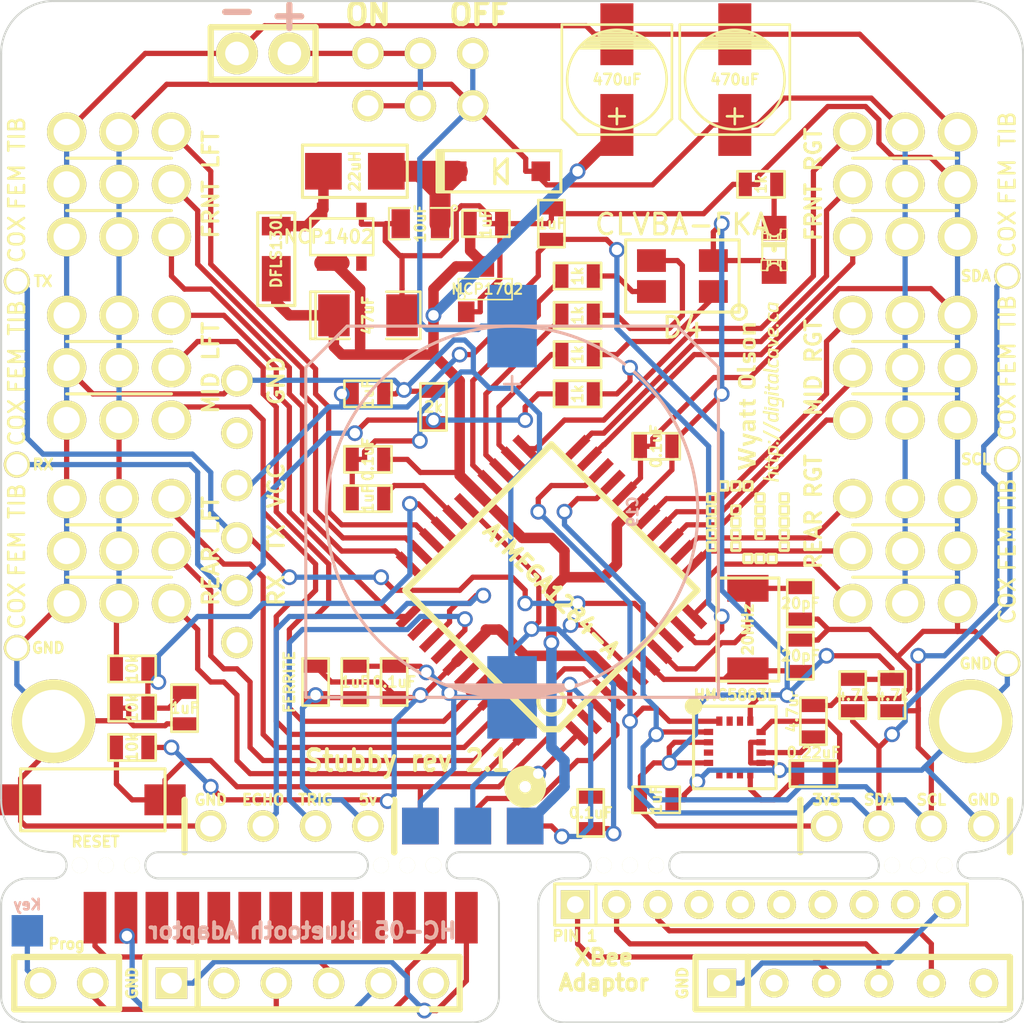
<source format=kicad_pcb>
(kicad_pcb (version 20171130) (host pcbnew "(5.1.12)-1")
  (title_block (title "Stubby Controller") (rev 2.1) (company DigitalCave))
  (layers (0 F.Cu signal) (31 B.Cu signal) (34 B.Paste user hide) (35 F.Paste user hide) (36 B.SilkS user hide) (37 F.SilkS user hide) (38 B.Mask user hide) (39 F.Mask user hide) (44 Edge.Cuts user))
  (net 0 "")
  (net 1 +3.3V)
  (net 2 +5V)
  (net 3 +BATT)
  (net 4 /ADC_BATTERY_METER)
  (net 5 /AREF)
  (net 6 /AVR_RX)
  (net 7 /AVR_TX)
  (net 8 /BATTERY)
  (net 9 /BLUETOOTH_GND)
  (net 10 /DIST_ECHO)
  (net 11 /DIST_TRIG)
  (net 12 /I2C_SCL)
  (net 13 /I2C_SDA)
  (net 14 /LED_BL)
  (net 15 /LED_BL_R)
  (net 16 /LED_GR)
  (net 17 /LED_GR_R)
  (net 18 /LED_RD)
  (net 19 /LED_RD_R)
  (net 20 /MISO)
  (net 21 /MODULE_RX)
  (net 22 /MOSI)
  (net 23 /PWM00)
  (net 24 /PWM01)
  (net 25 /PWM02)
  (net 26 /PWM03)
  (net 27 /PWM04)
  (net 28 /PWM05)
  (net 29 /PWM06)
  (net 30 /PWM07)
  (net 31 /PWM08)
  (net 32 /PWM09)
  (net 33 /PWM10)
  (net 34 /PWM11)
  (net 35 /PWM12)
  (net 36 /PWM13)
  (net 37 /PWM14)
  (net 38 /PWM15)
  (net 39 /PWM16)
  (net 40 /PWM17)
  (net 41 /RESET)
  (net 42 /SCK)
  (net 43 /XBEE_GND)
  (net 44 /XTAL1)
  (net 45 /XTAL2)
  (net 46 GND)
  (net 47 N-0000012)
  (net 48 N-0000013)
  (net 49 N-0000014)
  (net 50 N-0000019)
  (net 51 N-0000031)
  (net 52 N-0000032)
  (net 53 N-0000035)
  (net 54 N-0000037)
  (net 55 N-0000038)
  (net 56 N-0000039)
  (net 57 N-0000076)
  (net 58 N-0000077)
  (net 59 N-0000078)
  (net 60 N-0000079)
  (module SIL-10 (layer F.Cu) (at 72.39 58.42)
    (fp_text reference P7 hide)
    (fp_text value CONN_10 hide)
    (pad 1 thru_hole rect (at -9 0) (size 1.397 1.397) (drill 0.8128) (layers *.Cu *.Mask F.SilkS) (net 54 N-0000037))
    (pad 2 thru_hole circle (at -7 0) (size 1.397 1.397) (drill 0.8128) (layers *.Cu *.Mask F.SilkS) (net 55 N-0000038))
    (pad 3 thru_hole circle (at -5 0) (size 1.397 1.397) (drill 0.8128) (layers *.Cu *.Mask F.SilkS) (net 56 N-0000039))
    (pad 4 thru_hole circle (at -3 0) (size 1.397 1.397) (drill 0.8128) (layers *.Cu *.Mask F.SilkS))
    (pad 5 thru_hole circle (at -1 0) (size 1.397 1.397) (drill 0.8128) (layers *.Cu *.Mask F.SilkS))
    (pad 6 thru_hole circle (at 1 0) (size 1.397 1.397) (drill 0.8128) (layers *.Cu *.Mask F.SilkS))
    (pad 7 thru_hole circle (at 3 0) (size 1.397 1.397) (drill 0.8128) (layers *.Cu *.Mask F.SilkS))
    (pad 8 thru_hole circle (at 5 0) (size 1.397 1.397) (drill 0.8128) (layers *.Cu *.Mask F.SilkS))
    (pad 9 thru_hole circle (at 7 0) (size 1.397 1.397) (drill 0.8128) (layers *.Cu *.Mask F.SilkS))
    (pad 10 thru_hole circle (at 9 0) (size 1.397 1.397) (drill 0.8128) (layers *.Cu *.Mask F.SilkS) (net 43 /XBEE_GND))
  )
  (module SOT23 (layer F.Cu) (at 59.055 28.575)
    (fp_text reference VR1 hide)
    (fp_text value MCP1702 (at 0.0635 0) (layer F.SilkS) (effects (font (size 0.50038 0.50038) (thickness 0.09906))))
    (pad 2 smd rect (at 0 -1.09982) (size 0.8001 1.00076) (layers F.Cu F.Paste F.Mask) (net 2 +5V))
    (pad 3 smd rect (at 0.9525 1.09982) (size 0.8001 1.00076) (layers F.Cu F.Paste F.Mask) (net 1 +3.3V))
    (pad 1 smd rect (at -0.9525 1.09982) (size 0.8001 1.00076) (layers F.Cu F.Paste F.Mask) (net 46 GND))
  )
  (module 1pin (layer F.Cu) (at 84.328 46.736)
    (fp_text reference 1PIN_8 hide)
    (fp_text value P*** hide)
    (pad 1 thru_hole circle (at 0 0) (size 1.27 1.27) (drill 1.016) (layers *.Cu *.Mask F.SilkS) (net 46 GND))
  )
  (module 1pin (layer F.Cu) (at 84.328 36.83)
    (fp_text reference 1PIN_7 hide)
    (fp_text value P*** hide)
    (pad 1 thru_hole circle (at 0 0) (size 1.27 1.27) (drill 1.016) (layers *.Cu *.Mask F.SilkS) (net 13 /I2C_SDA))
  )
  (module 1pin (layer F.Cu) (at 84.328 27.94)
    (fp_text reference 1PIN_6 hide)
    (fp_text value P*** hide)
    (pad 1 thru_hole circle (at 0 0) (size 1.27 1.27) (drill 1.016) (layers *.Cu *.Mask F.SilkS) (net 12 /I2C_SCL))
  )
  (module 1pin (layer F.Cu) (at 36.322 45.974)
    (fp_text reference 1PIN_5 hide)
    (fp_text value P*** hide)
    (pad 1 thru_hole circle (at 0 0) (size 1.27 1.27) (drill 1.016) (layers *.Cu *.Mask F.SilkS) (net 46 GND))
  )
  (module 1pin (layer F.Cu) (at 36.322 37.084)
    (fp_text reference 1PIN_4 hide)
    (fp_text value P*** hide)
    (pad 1 thru_hole circle (at 0 0) (size 1.27 1.27) (drill 1.016) (layers *.Cu *.Mask F.SilkS) (net 21 /MODULE_RX))
  )
  (module 1pin (layer F.Cu) (at 36.322 28.194)
    (fp_text reference 1PIN_3 hide)
    (fp_text value P*** hide)
    (pad 1 thru_hole circle (at 0 0) (size 1.27 1.27) (drill 1.016) (layers *.Cu *.Mask F.SilkS) (net 6 /AVR_RX))
  )
  (module 1pin (layer F.Cu) (at 38.1 49.53)
    (fp_text reference 1PIN_2 hide)
    (fp_text value P*** hide)
    (pad 1 thru_hole circle (at 0 0) (size 4.064 4.064) (drill 3.048) (layers *.Cu *.Mask F.SilkS) (net 46 GND))
  )
  (module SIL-2 (layer F.Cu) (at 48.26 17.145 180)
    (fp_text reference P8 hide)
    (fp_text value "BATT (4.8V-6V)" hide)
    (pad 1 thru_hole circle (at -1.27 0 180) (size 2.032 2.032) (drill 1.143) (layers *.Cu *.Mask F.SilkS) (net 8 /BATTERY))
    (pad 2 thru_hole circle (at 1.27 0 180) (size 2.032 2.032) (drill 1.143) (layers *.Cu *.Mask F.SilkS) (net 46 GND))
  )
  (module SIL-4 (layer F.Cu) (at 79.375 54.61)
    (fp_text reference P2 hide)
    (fp_text value CONN_4 hide)
    (pad 1 thru_hole circle (at -3.81 0) (size 1.524 1.524) (drill 1.016) (layers *.Cu *.Mask F.SilkS) (net 1 +3.3V))
    (pad 2 thru_hole circle (at -1.27 0) (size 1.524 1.524) (drill 1.016) (layers *.Cu *.Mask F.SilkS) (net 13 /I2C_SDA))
    (pad 3 thru_hole circle (at 1.27 0) (size 1.524 1.524) (drill 1.016) (layers *.Cu *.Mask F.SilkS) (net 12 /I2C_SCL))
    (pad 4 thru_hole circle (at 3.81 0) (size 1.524 1.524) (drill 1.016) (layers *.Cu *.Mask F.SilkS) (net 46 GND))
  )
  (module SIL-4 (layer F.Cu) (at 49.53 54.61 180)
    (fp_text reference P10 hide)
    (fp_text value CONN_4 hide)
    (pad 1 thru_hole circle (at -3.81 0 180) (size 1.524 1.524) (drill 1.016) (layers *.Cu *.Mask F.SilkS) (net 52 N-0000032))
    (pad 2 thru_hole circle (at -1.27 0 180) (size 1.524 1.524) (drill 1.016) (layers *.Cu *.Mask F.SilkS) (net 11 /DIST_TRIG))
    (pad 3 thru_hole circle (at 1.27 0 180) (size 1.524 1.524) (drill 1.016) (layers *.Cu *.Mask F.SilkS) (net 10 /DIST_ECHO))
    (pad 4 thru_hole circle (at 3.81 0 180) (size 1.524 1.524) (drill 1.016) (layers *.Cu *.Mask F.SilkS) (net 46 GND))
  )
  (module SIL-6 (layer F.Cu) (at 46.99 39.37 270)
    (fp_text reference P11 hide)
    (fp_text value CONN_6 hide)
    (fp_text user RX (at 3.81 -1.905 270) (layer F.SilkS) (effects (font (size 0.762 0.762))))
    (fp_text user TX (at 1.27 -1.905 270) (layer F.SilkS) (effects (font (size 0.762 0.762))))
    (fp_text user VCC (at -1.27 -1.905 270) (layer F.SilkS) (effects (font (size 0.762 0.762))))
    (fp_text user GND (at -6.35 -1.905 270) (layer F.SilkS) (effects (font (size 0.762 0.762))))
    (pad 1 thru_hole circle (at -6.35 0 270) (size 1.524 1.524) (drill 1.016) (layers *.Cu *.Mask F.SilkS) (net 46 GND))
    (pad 2 thru_hole circle (at -3.81 0 270) (size 1.524 1.524) (drill 1.016) (layers *.Cu *.Mask F.SilkS))
    (pad 3 thru_hole circle (at -1.27 0 270) (size 1.524 1.524) (drill 1.016) (layers *.Cu *.Mask F.SilkS) (net 1 +3.3V))
    (pad 4 thru_hole circle (at 1.27 0 270) (size 1.524 1.524) (drill 1.016) (layers *.Cu *.Mask F.SilkS) (net 6 /AVR_RX))
    (pad 5 thru_hole circle (at 3.81 0 270) (size 1.524 1.524) (drill 1.016) (layers *.Cu *.Mask F.SilkS) (net 21 /MODULE_RX))
    (pad 6 thru_hole circle (at 6.35 0 270) (size 1.524 1.524) (drill 1.016) (layers *.Cu *.Mask F.SilkS))
  )
  (module SIL-2 (layer F.Cu) (at 38.735 62.23)
    (fp_text reference P4 hide)
    (fp_text value CONN_2 hide)
    (pad 1 thru_hole circle (at -1.27 0) (size 1.524 1.524) (drill 1.016) (layers *.Cu *.Mask F.SilkS) (net 58 N-0000077))
    (pad 2 thru_hole circle (at 1.27 0) (size 1.524 1.524) (drill 1.016) (layers *.Cu *.Mask F.SilkS) (net 60 N-0000079))
  )
  (module SIL-6 (layer F.Cu) (at 50.165 62.23)
    (fp_text reference P1 hide)
    (fp_text value CONN_6 hide)
    (pad 1 thru_hole rect (at -6.35 0) (size 1.524 1.524) (drill 1.016) (layers *.Cu *.Mask F.SilkS) (net 9 /BLUETOOTH_GND))
    (pad 2 thru_hole circle (at -3.81 0) (size 1.524 1.524) (drill 1.016) (layers *.Cu *.Mask F.SilkS))
    (pad 3 thru_hole circle (at -1.27 0) (size 1.524 1.524) (drill 1.016) (layers *.Cu *.Mask F.SilkS) (net 60 N-0000079))
    (pad 4 thru_hole circle (at 1.27 0) (size 1.524 1.524) (drill 1.016) (layers *.Cu *.Mask F.SilkS) (net 59 N-0000078))
    (pad 5 thru_hole circle (at 3.81 0) (size 1.524 1.524) (drill 1.016) (layers *.Cu *.Mask F.SilkS) (net 57 N-0000076))
    (pad 6 thru_hole circle (at 6.35 0) (size 1.524 1.524) (drill 1.016) (layers *.Cu *.Mask F.SilkS))
  )
  (module SIL-1 (layer B.Cu) (at 36.83 59.69)
    (fp_text reference P5 hide)
    (fp_text value CONN_1 hide)
    (pad 1 smd rect (at 0 0) (size 1.524 1.524) (layers B.Cu B.Paste B.Mask) (net 58 N-0000077))
  )
  (module 1pin (layer F.Cu) (at 82.55 49.53)
    (fp_text reference 1PIN hide)
    (fp_text value P*** hide)
    (pad 1 thru_hole circle (at 0 0) (size 4.064 4.064) (drill 3.048) (layers *.Cu *.Mask F.SilkS) (net 46 GND))
  )
  (module DPDT (layer F.Cu) (at 55.88 18.415)
    (fp_text reference SW2 hide)
    (fp_text value DPDT hide)
    (pad 4 thru_hole circle (at -2.54 1.27) (size 1.524 1.524) (drill 1.016) (layers *.Cu *.Mask F.SilkS) (net 8 /BATTERY))
    (pad 1 thru_hole circle (at -2.54 -1.27) (size 1.524 1.524) (drill 1.016) (layers *.Cu *.Mask F.SilkS) (net 8 /BATTERY))
    (pad 5 thru_hole circle (at 0 1.27) (size 1.524 1.524) (drill 1.016) (layers *.Cu *.Mask F.SilkS) (net 8 /BATTERY))
    (pad 2 thru_hole circle (at 0 -1.27) (size 1.524 1.524) (drill 1.016) (layers *.Cu *.Mask F.SilkS) (net 8 /BATTERY))
    (pad 6 thru_hole circle (at 2.54 1.27) (size 1.524 1.524) (drill 1.016) (layers *.Cu *.Mask F.SilkS) (net 3 +BATT))
    (pad 3 thru_hole circle (at 2.54 -1.27) (size 1.524 1.524) (drill 1.016) (layers *.Cu *.Mask F.SilkS) (net 3 +BATT))
  )
  (module DIGITALCAVE_LOGO_WIDE_SMALL (layer F.Cu) (at 71.755 35.56 90)
    (fp_text reference VAL hide)
    (fp_text value DIGITALCAVE_LOGO_WIDE_SMALL hide)
  )
  (module HEX_LEG (layer F.Cu) (at 41.91 30.48 180)
    (fp_text reference S3 hide)
    (fp_text value "MID LFT" (at -3.81 -1.905 270) (layer F.SilkS) (effects (font (size 0.762 0.762))))
    (fp_text user TIB (at 5.588 0.508 270) (layer F.SilkS) (effects (font (size 0.762 0.762) (thickness 0.127))))
    (fp_text user FEM (at 5.588 -2.032 270) (layer F.SilkS) (effects (font (size 0.762 0.762) (thickness 0.127))))
    (fp_text user COX (at 5.588 -4.572 270) (layer F.SilkS) (effects (font (size 0.762 0.762) (thickness 0.127))))
    (pad 1 thru_hole circle (at -1.905 -4.445 90) (size 1.905 1.905) (drill 1.27) (layers *.Cu *.Mask F.SilkS) (net 29 /PWM06))
    (pad 2 thru_hole circle (at -1.905 -1.905 90) (size 1.905 1.905) (drill 1.27) (layers *.Cu *.Mask F.SilkS) (net 30 /PWM07))
    (pad 3 thru_hole circle (at -1.905 0.635 90) (size 1.905 1.905) (drill 1.27) (layers *.Cu *.Mask F.SilkS) (net 31 /PWM08))
    (pad 4 thru_hole circle (at 0.635 -4.445 90) (size 1.905 1.905) (drill 1.27) (layers *.Cu *.Mask F.SilkS) (net 3 +BATT))
    (pad 5 thru_hole circle (at 0.635 -1.905 90) (size 1.905 1.905) (drill 1.27) (layers *.Cu *.Mask F.SilkS) (net 3 +BATT))
    (pad 6 thru_hole circle (at 0.635 0.635 90) (size 1.905 1.905) (drill 1.27) (layers *.Cu *.Mask F.SilkS) (net 3 +BATT))
    (pad 7 thru_hole circle (at 3.175 -4.445 90) (size 1.905 1.905) (drill 1.27) (layers *.Cu *.Mask F.SilkS) (net 46 GND))
    (pad 8 thru_hole circle (at 3.175 -1.905 90) (size 1.905 1.905) (drill 1.27) (layers *.Cu *.Mask F.SilkS) (net 46 GND))
    (pad 9 thru_hole circle (at 3.175 0.635 90) (size 1.905 1.905) (drill 1.27) (layers *.Cu *.Mask F.SilkS) (net 46 GND))
  )
  (module HEX_LEG (layer F.Cu) (at 41.91 21.59 180)
    (fp_text reference S1 hide)
    (fp_text value "FRNT LFT" (at -3.81 -1.905 270) (layer F.SilkS) (effects (font (size 0.762 0.762))))
    (fp_text user TIB (at 5.588 0.508 270) (layer F.SilkS) (effects (font (size 0.762 0.762) (thickness 0.127))))
    (fp_text user FEM (at 5.588 -2.032 270) (layer F.SilkS) (effects (font (size 0.762 0.762) (thickness 0.127))))
    (fp_text user COX (at 5.588 -4.572 270) (layer F.SilkS) (effects (font (size 0.762 0.762) (thickness 0.127))))
    (pad 1 thru_hole circle (at -1.905 -4.445 90) (size 1.905 1.905) (drill 1.27) (layers *.Cu *.Mask F.SilkS) (net 23 /PWM00))
    (pad 2 thru_hole circle (at -1.905 -1.905 90) (size 1.905 1.905) (drill 1.27) (layers *.Cu *.Mask F.SilkS) (net 24 /PWM01))
    (pad 3 thru_hole circle (at -1.905 0.635 90) (size 1.905 1.905) (drill 1.27) (layers *.Cu *.Mask F.SilkS) (net 25 /PWM02))
    (pad 4 thru_hole circle (at 0.635 -4.445 90) (size 1.905 1.905) (drill 1.27) (layers *.Cu *.Mask F.SilkS) (net 3 +BATT))
    (pad 5 thru_hole circle (at 0.635 -1.905 90) (size 1.905 1.905) (drill 1.27) (layers *.Cu *.Mask F.SilkS) (net 3 +BATT))
    (pad 6 thru_hole circle (at 0.635 0.635 90) (size 1.905 1.905) (drill 1.27) (layers *.Cu *.Mask F.SilkS) (net 3 +BATT))
    (pad 7 thru_hole circle (at 3.175 -4.445 90) (size 1.905 1.905) (drill 1.27) (layers *.Cu *.Mask F.SilkS) (net 46 GND))
    (pad 8 thru_hole circle (at 3.175 -1.905 90) (size 1.905 1.905) (drill 1.27) (layers *.Cu *.Mask F.SilkS) (net 46 GND))
    (pad 9 thru_hole circle (at 3.175 0.635 90) (size 1.905 1.905) (drill 1.27) (layers *.Cu *.Mask F.SilkS) (net 46 GND))
  )
  (module HEX_LEG (layer F.Cu) (at 41.91 39.37 180)
    (fp_text reference S5 hide)
    (fp_text value "REAR LFT" (at -3.81 -1.905 270) (layer F.SilkS) (effects (font (size 0.762 0.762))))
    (fp_text user TIB (at 5.588 0.508 270) (layer F.SilkS) (effects (font (size 0.762 0.762) (thickness 0.127))))
    (fp_text user FEM (at 5.588 -2.032 270) (layer F.SilkS) (effects (font (size 0.762 0.762) (thickness 0.127))))
    (fp_text user COX (at 5.588 -4.572 270) (layer F.SilkS) (effects (font (size 0.762 0.762) (thickness 0.127))))
    (pad 1 thru_hole circle (at -1.905 -4.445 90) (size 1.905 1.905) (drill 1.27) (layers *.Cu *.Mask F.SilkS) (net 35 /PWM12))
    (pad 2 thru_hole circle (at -1.905 -1.905 90) (size 1.905 1.905) (drill 1.27) (layers *.Cu *.Mask F.SilkS) (net 36 /PWM13))
    (pad 3 thru_hole circle (at -1.905 0.635 90) (size 1.905 1.905) (drill 1.27) (layers *.Cu *.Mask F.SilkS) (net 37 /PWM14))
    (pad 4 thru_hole circle (at 0.635 -4.445 90) (size 1.905 1.905) (drill 1.27) (layers *.Cu *.Mask F.SilkS) (net 3 +BATT))
    (pad 5 thru_hole circle (at 0.635 -1.905 90) (size 1.905 1.905) (drill 1.27) (layers *.Cu *.Mask F.SilkS) (net 3 +BATT))
    (pad 6 thru_hole circle (at 0.635 0.635 90) (size 1.905 1.905) (drill 1.27) (layers *.Cu *.Mask F.SilkS) (net 3 +BATT))
    (pad 7 thru_hole circle (at 3.175 -4.445 90) (size 1.905 1.905) (drill 1.27) (layers *.Cu *.Mask F.SilkS) (net 46 GND))
    (pad 8 thru_hole circle (at 3.175 -1.905 90) (size 1.905 1.905) (drill 1.27) (layers *.Cu *.Mask F.SilkS) (net 46 GND))
    (pad 9 thru_hole circle (at 3.175 0.635 90) (size 1.905 1.905) (drill 1.27) (layers *.Cu *.Mask F.SilkS) (net 46 GND))
  )
  (module HEX_LEG_REVERSE (layer F.Cu) (at 78.74 25.4)
    (fp_text reference S2 hide)
    (fp_text value "FRNT RGT" (at -3.81 -1.905 90) (layer F.SilkS) (effects (font (size 0.762 0.762))))
    (fp_text user TIB (at 5.588 -4.572 90) (layer F.SilkS) (effects (font (size 0.762 0.762) (thickness 0.127))))
    (fp_text user FEM (at 5.588 -2.032 90) (layer F.SilkS) (effects (font (size 0.762 0.762) (thickness 0.127))))
    (fp_text user COX (at 5.588 0.508 90) (layer F.SilkS) (effects (font (size 0.762 0.762) (thickness 0.127))))
    (pad 1 thru_hole circle (at -1.905 -4.445 270) (size 1.905 1.905) (drill 1.27) (layers *.Cu *.Mask F.SilkS) (net 26 /PWM03))
    (pad 2 thru_hole circle (at -1.905 -1.905 270) (size 1.905 1.905) (drill 1.27) (layers *.Cu *.Mask F.SilkS) (net 27 /PWM04))
    (pad 3 thru_hole circle (at -1.905 0.635 270) (size 1.905 1.905) (drill 1.27) (layers *.Cu *.Mask F.SilkS) (net 28 /PWM05))
    (pad 4 thru_hole circle (at 0.635 -4.445 270) (size 1.905 1.905) (drill 1.27) (layers *.Cu *.Mask F.SilkS) (net 3 +BATT))
    (pad 5 thru_hole circle (at 0.635 -1.905 270) (size 1.905 1.905) (drill 1.27) (layers *.Cu *.Mask F.SilkS) (net 3 +BATT))
    (pad 6 thru_hole circle (at 0.635 0.635 270) (size 1.905 1.905) (drill 1.27) (layers *.Cu *.Mask F.SilkS) (net 3 +BATT))
    (pad 7 thru_hole circle (at 3.175 -4.445 270) (size 1.905 1.905) (drill 1.27) (layers *.Cu *.Mask F.SilkS) (net 46 GND))
    (pad 8 thru_hole circle (at 3.175 -1.905 270) (size 1.905 1.905) (drill 1.27) (layers *.Cu *.Mask F.SilkS) (net 46 GND))
    (pad 9 thru_hole circle (at 3.175 0.635 270) (size 1.905 1.905) (drill 1.27) (layers *.Cu *.Mask F.SilkS) (net 46 GND))
  )
  (module HEX_LEG_REVERSE (layer F.Cu) (at 78.74 34.29)
    (fp_text reference S4 hide)
    (fp_text value "MID RGT" (at -3.81 -1.905 90) (layer F.SilkS) (effects (font (size 0.762 0.762))))
    (fp_text user TIB (at 5.588 -4.572 90) (layer F.SilkS) (effects (font (size 0.762 0.762) (thickness 0.127))))
    (fp_text user FEM (at 5.588 -2.032 90) (layer F.SilkS) (effects (font (size 0.762 0.762) (thickness 0.127))))
    (fp_text user COX (at 5.588 0.508 90) (layer F.SilkS) (effects (font (size 0.762 0.762) (thickness 0.127))))
    (pad 1 thru_hole circle (at -1.905 -4.445 270) (size 1.905 1.905) (drill 1.27) (layers *.Cu *.Mask F.SilkS) (net 32 /PWM09))
    (pad 2 thru_hole circle (at -1.905 -1.905 270) (size 1.905 1.905) (drill 1.27) (layers *.Cu *.Mask F.SilkS) (net 33 /PWM10))
    (pad 3 thru_hole circle (at -1.905 0.635 270) (size 1.905 1.905) (drill 1.27) (layers *.Cu *.Mask F.SilkS) (net 34 /PWM11))
    (pad 4 thru_hole circle (at 0.635 -4.445 270) (size 1.905 1.905) (drill 1.27) (layers *.Cu *.Mask F.SilkS) (net 3 +BATT))
    (pad 5 thru_hole circle (at 0.635 -1.905 270) (size 1.905 1.905) (drill 1.27) (layers *.Cu *.Mask F.SilkS) (net 3 +BATT))
    (pad 6 thru_hole circle (at 0.635 0.635 270) (size 1.905 1.905) (drill 1.27) (layers *.Cu *.Mask F.SilkS) (net 3 +BATT))
    (pad 7 thru_hole circle (at 3.175 -4.445 270) (size 1.905 1.905) (drill 1.27) (layers *.Cu *.Mask F.SilkS) (net 46 GND))
    (pad 8 thru_hole circle (at 3.175 -1.905 270) (size 1.905 1.905) (drill 1.27) (layers *.Cu *.Mask F.SilkS) (net 46 GND))
    (pad 9 thru_hole circle (at 3.175 0.635 270) (size 1.905 1.905) (drill 1.27) (layers *.Cu *.Mask F.SilkS) (net 46 GND))
  )
  (module HEX_LEG_REVERSE (layer F.Cu) (at 78.74 43.18)
    (fp_text reference S6 hide)
    (fp_text value "REAR RGT" (at -3.81 -3.81 90) (layer F.SilkS) (effects (font (size 0.762 0.762))))
    (fp_text user TIB (at 5.588 -4.572 90) (layer F.SilkS) (effects (font (size 0.762 0.762) (thickness 0.127))))
    (fp_text user FEM (at 5.588 -2.032 90) (layer F.SilkS) (effects (font (size 0.762 0.762) (thickness 0.127))))
    (fp_text user COX (at 5.588 0.508 90) (layer F.SilkS) (effects (font (size 0.762 0.762) (thickness 0.127))))
    (pad 1 thru_hole circle (at -1.905 -4.445 270) (size 1.905 1.905) (drill 1.27) (layers *.Cu *.Mask F.SilkS) (net 38 /PWM15))
    (pad 2 thru_hole circle (at -1.905 -1.905 270) (size 1.905 1.905) (drill 1.27) (layers *.Cu *.Mask F.SilkS) (net 39 /PWM16))
    (pad 3 thru_hole circle (at -1.905 0.635 270) (size 1.905 1.905) (drill 1.27) (layers *.Cu *.Mask F.SilkS) (net 40 /PWM17))
    (pad 4 thru_hole circle (at 0.635 -4.445 270) (size 1.905 1.905) (drill 1.27) (layers *.Cu *.Mask F.SilkS) (net 3 +BATT))
    (pad 5 thru_hole circle (at 0.635 -1.905 270) (size 1.905 1.905) (drill 1.27) (layers *.Cu *.Mask F.SilkS) (net 3 +BATT))
    (pad 6 thru_hole circle (at 0.635 0.635 270) (size 1.905 1.905) (drill 1.27) (layers *.Cu *.Mask F.SilkS) (net 3 +BATT))
    (pad 7 thru_hole circle (at 3.175 -4.445 270) (size 1.905 1.905) (drill 1.27) (layers *.Cu *.Mask F.SilkS) (net 46 GND))
    (pad 8 thru_hole circle (at 3.175 -1.905 270) (size 1.905 1.905) (drill 1.27) (layers *.Cu *.Mask F.SilkS) (net 46 GND))
    (pad 9 thru_hole circle (at 3.175 0.635 270) (size 1.905 1.905) (drill 1.27) (layers *.Cu *.Mask F.SilkS) (net 46 GND))
  )
  (module TQFP44 (layer F.Cu) (at 62.23 43.18 135)
    (fp_text reference IC1 hide)
    (fp_text value ATMEGA1284-A (at 0 0 135) (layer F.SilkS) (effects (font (size 0.762 0.762) (thickness 0.1905))))
    (pad 39 smd rect (at 0 -5.715 135) (size 0.4064 1.524) (layers F.Cu F.Paste F.Mask) (net 46 GND))
    (pad 40 smd rect (at -0.8001 -5.715 135) (size 0.4064 1.524) (layers F.Cu F.Paste F.Mask) (net 30 /PWM07))
    (pad 41 smd rect (at -1.6002 -5.715 135) (size 0.4064 1.524) (layers F.Cu F.Paste F.Mask) (net 29 /PWM06))
    (pad 42 smd rect (at -2.4003 -5.715 135) (size 0.4064 1.524) (layers F.Cu F.Paste F.Mask) (net 37 /PWM14))
    (pad 43 smd rect (at -3.2004 -5.715 135) (size 0.4064 1.524) (layers F.Cu F.Paste F.Mask) (net 36 /PWM13))
    (pad 44 smd rect (at -4.0005 -5.715 135) (size 0.4064 1.524) (layers F.Cu F.Paste F.Mask) (net 35 /PWM12))
    (pad 38 smd rect (at 0.8001 -5.715 135) (size 0.4064 1.524) (layers F.Cu F.Paste F.Mask) (net 2 +5V))
    (pad 37 smd rect (at 1.6002 -5.715 135) (size 0.4064 1.524) (layers F.Cu F.Paste F.Mask) (net 11 /DIST_TRIG))
    (pad 36 smd rect (at 2.4003 -5.715 135) (size 0.4064 1.524) (layers F.Cu F.Paste F.Mask) (net 10 /DIST_ECHO))
    (pad 35 smd rect (at 3.2004 -5.715 135) (size 0.4064 1.524) (layers F.Cu F.Paste F.Mask))
    (pad 34 smd rect (at 4.0005 -5.715 135) (size 0.4064 1.524) (layers F.Cu F.Paste F.Mask) (net 31 /PWM08))
    (pad 17 smd rect (at 0 5.715 135) (size 0.4064 1.524) (layers F.Cu F.Paste F.Mask) (net 2 +5V))
    (pad 16 smd rect (at -0.8001 5.715 135) (size 0.4064 1.524) (layers F.Cu F.Paste F.Mask) (net 32 /PWM09))
    (pad 15 smd rect (at -1.6002 5.715 135) (size 0.4064 1.524) (layers F.Cu F.Paste F.Mask) (net 33 /PWM10))
    (pad 14 smd rect (at -2.4003 5.715 135) (size 0.4064 1.524) (layers F.Cu F.Paste F.Mask) (net 34 /PWM11))
    (pad 13 smd rect (at -3.2004 5.715 135) (size 0.4064 1.524) (layers F.Cu F.Paste F.Mask) (net 38 /PWM15))
    (pad 12 smd rect (at -4.0005 5.715 135) (size 0.4064 1.524) (layers F.Cu F.Paste F.Mask) (net 39 /PWM16))
    (pad 18 smd rect (at 0.8001 5.715 135) (size 0.4064 1.524) (layers F.Cu F.Paste F.Mask) (net 46 GND))
    (pad 19 smd rect (at 1.6002 5.715 135) (size 0.4064 1.524) (layers F.Cu F.Paste F.Mask) (net 12 /I2C_SCL))
    (pad 20 smd rect (at 2.4003 5.715 135) (size 0.4064 1.524) (layers F.Cu F.Paste F.Mask) (net 13 /I2C_SDA))
    (pad 21 smd rect (at 3.2004 5.715 135) (size 0.4064 1.524) (layers F.Cu F.Paste F.Mask) (net 28 /PWM05))
    (pad 22 smd rect (at 4.0005 5.715 135) (size 0.4064 1.524) (layers F.Cu F.Paste F.Mask) (net 27 /PWM04))
    (pad 6 smd rect (at -5.715 0 135) (size 1.524 0.4064) (layers F.Cu F.Paste F.Mask) (net 46 GND))
    (pad 28 smd rect (at 5.715 0 135) (size 1.524 0.4064) (layers F.Cu F.Paste F.Mask) (net 46 GND))
    (pad 7 smd rect (at -5.715 0.8001 135) (size 1.524 0.4064) (layers F.Cu F.Paste F.Mask) (net 45 /XTAL2))
    (pad 27 smd rect (at 5.715 0.8001 135) (size 1.524 0.4064) (layers F.Cu F.Paste F.Mask) (net 2 +5V))
    (pad 26 smd rect (at 5.715 1.6002 135) (size 1.524 0.4064) (layers F.Cu F.Paste F.Mask) (net 16 /LED_GR))
    (pad 8 smd rect (at -5.715 1.6002 135) (size 1.524 0.4064) (layers F.Cu F.Paste F.Mask) (net 44 /XTAL1))
    (pad 9 smd rect (at -5.715 2.4003 135) (size 1.524 0.4064) (layers F.Cu F.Paste F.Mask) (net 6 /AVR_RX))
    (pad 25 smd rect (at 5.715 2.4003 135) (size 1.524 0.4064) (layers F.Cu F.Paste F.Mask) (net 14 /LED_BL))
    (pad 24 smd rect (at 5.715 3.2004 135) (size 1.524 0.4064) (layers F.Cu F.Paste F.Mask) (net 18 /LED_RD))
    (pad 10 smd rect (at -5.715 3.2004 135) (size 1.524 0.4064) (layers F.Cu F.Paste F.Mask) (net 7 /AVR_TX))
    (pad 11 smd rect (at -5.715 4.0005 135) (size 1.524 0.4064) (layers F.Cu F.Paste F.Mask) (net 40 /PWM17))
    (pad 23 smd rect (at 5.715 4.0005 135) (size 1.524 0.4064) (layers F.Cu F.Paste F.Mask) (net 26 /PWM03))
    (pad 29 smd rect (at 5.715 -0.8001 135) (size 1.524 0.4064) (layers F.Cu F.Paste F.Mask) (net 5 /AREF))
    (pad 5 smd rect (at -5.715 -0.8001 135) (size 1.524 0.4064) (layers F.Cu F.Paste F.Mask) (net 2 +5V))
    (pad 4 smd rect (at -5.715 -1.6002 135) (size 1.524 0.4064) (layers F.Cu F.Paste F.Mask) (net 41 /RESET))
    (pad 30 smd rect (at 5.715 -1.6002 135) (size 1.524 0.4064) (layers F.Cu F.Paste F.Mask) (net 4 /ADC_BATTERY_METER))
    (pad 31 smd rect (at 5.715 -2.4003 135) (size 1.524 0.4064) (layers F.Cu F.Paste F.Mask) (net 25 /PWM02))
    (pad 3 smd rect (at -5.715 -2.4003 135) (size 1.524 0.4064) (layers F.Cu F.Paste F.Mask) (net 42 /SCK))
    (pad 2 smd rect (at -5.715 -3.2004 135) (size 1.524 0.4064) (layers F.Cu F.Paste F.Mask) (net 20 /MISO))
    (pad 32 smd rect (at 5.715 -3.2004 135) (size 1.524 0.4064) (layers F.Cu F.Paste F.Mask) (net 24 /PWM01))
    (pad 33 smd rect (at 5.715 -4.0005 135) (size 1.524 0.4064) (layers F.Cu F.Paste F.Mask) (net 23 /PWM00))
    (pad 1 smd rect (at -5.715 -4.0005 135) (size 1.524 0.4064) (layers F.Cu F.Paste F.Mask) (net 22 /MOSI))
  )
  (module HC05_Edge (layer F.Cu) (at 54.61 59.055)
    (fp_text reference P3 hide)
    (fp_text value CONN_13 hide)
    (pad 1 smd rect (at -14.5 0) (size 1.1 2.5) (layers F.Cu F.Paste F.Mask) (net 59 N-0000078))
    (pad 2 smd rect (at -13 0) (size 1.1 2.5) (layers F.Cu F.Paste F.Mask) (net 57 N-0000076))
    (pad 3 smd rect (at -11.5 0) (size 1.1 2.5) (layers F.Cu F.Paste F.Mask))
    (pad 4 smd rect (at -10 0) (size 1.1 2.5) (layers F.Cu F.Paste F.Mask))
    (pad 5 smd rect (at -8.5 0) (size 1.1 2.5) (layers F.Cu F.Paste F.Mask))
    (pad 6 smd rect (at -7 0) (size 1.1 2.5) (layers F.Cu F.Paste F.Mask))
    (pad 7 smd rect (at -5.5 0) (size 1.1 2.5) (layers F.Cu F.Paste F.Mask))
    (pad 8 smd rect (at -4 0) (size 1.1 2.5) (layers F.Cu F.Paste F.Mask))
    (pad 9 smd rect (at -2.5 0) (size 1.1 2.5) (layers F.Cu F.Paste F.Mask))
    (pad 10 smd rect (at -1 0) (size 1.1 2.5) (layers F.Cu F.Paste F.Mask))
    (pad 11 smd rect (at 0.5 0) (size 1.1 2.5) (layers F.Cu F.Paste F.Mask))
    (pad 12 smd rect (at 2 0) (size 1.1 2.5) (layers F.Cu F.Paste F.Mask) (net 60 N-0000079))
    (pad 13 smd rect (at 3.5 0) (size 1.1 2.5) (layers F.Cu F.Paste F.Mask) (net 9 /BLUETOOTH_GND))
  )
  (module SM0603_VALUE (layer F.Cu) (at 72.39 23.495)
    (fp_text reference R4 hide)
    (fp_text value 1k (at 0 0 90) (layer F.SilkS) (effects (font (size 0.508 0.508) (thickness 0.1143))))
    (pad 1 smd rect (at -0.762 0) (size 0.635 1.143) (layers F.Cu F.Paste F.Mask) (net 46 GND))
    (pad 2 smd rect (at 0.762 0) (size 0.635 1.143) (layers F.Cu F.Paste F.Mask) (net 53 N-0000035))
  )
  (module SM0603_VALUE (layer F.Cu) (at 74.295 46.355 270)
    (fp_text reference C8 hide)
    (fp_text value 20pF (at 0 0) (layer F.SilkS) (effects (font (size 0.508 0.508) (thickness 0.1143))))
    (pad 1 smd rect (at -0.762 0 270) (size 0.635 1.143) (layers F.Cu F.Paste F.Mask) (net 46 GND))
    (pad 2 smd rect (at 0.762 0 270) (size 0.635 1.143) (layers F.Cu F.Paste F.Mask) (net 45 /XTAL2))
  )
  (module SM0603_VALUE (layer F.Cu) (at 74.295 43.815 90)
    (fp_text reference C9 hide)
    (fp_text value 20pF (at 0 0 180) (layer F.SilkS) (effects (font (size 0.508 0.508) (thickness 0.1143))))
    (pad 1 smd rect (at -0.762 0 90) (size 0.635 1.143) (layers F.Cu F.Paste F.Mask) (net 46 GND))
    (pad 2 smd rect (at 0.762 0 90) (size 0.635 1.143) (layers F.Cu F.Paste F.Mask) (net 44 /XTAL1))
  )
  (module SM0603_VALUE (layer F.Cu) (at 63.5 33.655 180)
    (fp_text reference R7 hide)
    (fp_text value 1k (at 0 0 270) (layer F.SilkS) (effects (font (size 0.508 0.508) (thickness 0.1143))))
    (pad 1 smd rect (at -0.762 0 180) (size 0.635 1.143) (layers F.Cu F.Paste F.Mask) (net 7 /AVR_TX))
    (pad 2 smd rect (at 0.762 0 180) (size 0.635 1.143) (layers F.Cu F.Paste F.Mask) (net 21 /MODULE_RX))
  )
  (module SM0603_VALUE (layer F.Cu) (at 41.91 50.8 180)
    (fp_text reference R3 hide)
    (fp_text value 10k (at 0 0 270) (layer F.SilkS) (effects (font (size 0.508 0.508) (thickness 0.1143))))
    (pad 1 smd rect (at -0.762 0 180) (size 0.635 1.143) (layers F.Cu F.Paste F.Mask) (net 2 +5V))
    (pad 2 smd rect (at 0.762 0 180) (size 0.635 1.143) (layers F.Cu F.Paste F.Mask) (net 41 /RESET))
  )
  (module SM0603_VALUE (layer F.Cu) (at 53.34 38.735)
    (fp_text reference C6 hide)
    (fp_text value 1uF (at 0 0 90) (layer F.SilkS) (effects (font (size 0.508 0.508) (thickness 0.1143))))
    (pad 1 smd rect (at -0.762 0) (size 0.635 1.143) (layers F.Cu F.Paste F.Mask) (net 46 GND))
    (pad 2 smd rect (at 0.762 0) (size 0.635 1.143) (layers F.Cu F.Paste F.Mask) (net 5 /AREF))
  )
  (module SM0603_VALUE (layer F.Cu) (at 54.61 47.625 90)
    (fp_text reference C13 hide)
    (fp_text value 0.1uF (at 0 0 180) (layer F.SilkS) (effects (font (size 0.508 0.508) (thickness 0.1143))))
    (pad 1 smd rect (at -0.762 0 90) (size 0.635 1.143) (layers F.Cu F.Paste F.Mask) (net 2 +5V))
    (pad 2 smd rect (at 0.762 0 90) (size 0.635 1.143) (layers F.Cu F.Paste F.Mask) (net 46 GND))
  )
  (module SM0603_VALUE (layer F.Cu) (at 53.34 36.83 180)
    (fp_text reference C12 hide)
    (fp_text value 0.1uF (at 0 0 270) (layer F.SilkS) (effects (font (size 0.508 0.508) (thickness 0.1143))))
    (pad 1 smd rect (at -0.762 0 180) (size 0.635 1.143) (layers F.Cu F.Paste F.Mask) (net 2 +5V))
    (pad 2 smd rect (at 0.762 0 180) (size 0.635 1.143) (layers F.Cu F.Paste F.Mask) (net 46 GND))
  )
  (module SM0603_VALUE (layer F.Cu) (at 41.91 46.99)
    (fp_text reference R5 hide)
    (fp_text value 10k (at 0 0 90) (layer F.SilkS) (effects (font (size 0.508 0.508) (thickness 0.1143))))
    (pad 1 smd rect (at -0.762 0) (size 0.635 1.143) (layers F.Cu F.Paste F.Mask) (net 3 +BATT))
    (pad 2 smd rect (at 0.762 0) (size 0.635 1.143) (layers F.Cu F.Paste F.Mask) (net 4 /ADC_BATTERY_METER))
  )
  (module SM0603_VALUE (layer F.Cu) (at 41.91 48.895)
    (fp_text reference R6 hide)
    (fp_text value 10k (at 0 0 90) (layer F.SilkS) (effects (font (size 0.508 0.508) (thickness 0.1143))))
    (pad 1 smd rect (at -0.762 0) (size 0.635 1.143) (layers F.Cu F.Paste F.Mask) (net 46 GND))
    (pad 2 smd rect (at 0.762 0) (size 0.635 1.143) (layers F.Cu F.Paste F.Mask) (net 4 /ADC_BATTERY_METER))
  )
  (module SM0603_VALUE (layer F.Cu) (at 63.5 27.94)
    (fp_text reference R9 hide)
    (fp_text value 1k (at 0 0 90) (layer F.SilkS) (effects (font (size 0.508 0.508) (thickness 0.1143))))
    (pad 1 smd rect (at -0.762 0) (size 0.635 1.143) (layers F.Cu F.Paste F.Mask) (net 16 /LED_GR))
    (pad 2 smd rect (at 0.762 0) (size 0.635 1.143) (layers F.Cu F.Paste F.Mask) (net 17 /LED_GR_R))
  )
  (module SM0603_VALUE (layer F.Cu) (at 63.5 31.75)
    (fp_text reference R11 hide)
    (fp_text value 1k (at 0 0 90) (layer F.SilkS) (effects (font (size 0.508 0.508) (thickness 0.1143))))
    (pad 1 smd rect (at -0.762 0) (size 0.635 1.143) (layers F.Cu F.Paste F.Mask) (net 18 /LED_RD))
    (pad 2 smd rect (at 0.762 0) (size 0.635 1.143) (layers F.Cu F.Paste F.Mask) (net 19 /LED_RD_R))
  )
  (module SM0603_VALUE (layer F.Cu) (at 63.5 29.845)
    (fp_text reference R10 hide)
    (fp_text value 1k (at 0 0 90) (layer F.SilkS) (effects (font (size 0.508 0.508) (thickness 0.1143))))
    (pad 1 smd rect (at -0.762 0) (size 0.635 1.143) (layers F.Cu F.Paste F.Mask) (net 14 /LED_BL))
    (pad 2 smd rect (at 0.762 0) (size 0.635 1.143) (layers F.Cu F.Paste F.Mask) (net 15 /LED_BL_R))
  )
  (module LED-0805-MARKED_ANODE (layer F.Cu) (at 73.025 26.67 90)
    (fp_text reference D3 hide)
    (fp_text value LED hide)
    (pad 1 smd rect (at -1.04902 0 90) (size 1.19888 1.19888) (layers F.Cu F.Paste F.Mask) (net 2 +5V))
    (pad 2 smd rect (at 1.04902 0 90) (size 1.19888 1.19888) (layers F.Cu F.Paste F.Mask) (net 53 N-0000035))
  )
  (module SOT23-5 (layer F.Cu) (at 52.07 26.035)
    (fp_text reference VR2 hide)
    (fp_text value NCP1402 (at -0.635 0) (layer F.SilkS) (effects (font (size 0.635 0.635) (thickness 0.127))))
    (pad 1 smd rect (at -0.9525 1.27) (size 0.508 0.762) (layers F.Cu F.Paste F.Mask) (net 2 +5V))
    (pad 3 smd rect (at 0.9525 1.27) (size 0.508 0.762) (layers F.Cu F.Paste F.Mask))
    (pad 5 smd rect (at -0.9525 -1.27) (size 0.508 0.762) (layers F.Cu F.Paste F.Mask) (net 50 N-0000019))
    (pad 2 smd rect (at 0 1.27) (size 0.508 0.762) (layers F.Cu F.Paste F.Mask) (net 2 +5V))
    (pad 4 smd rect (at 0.9525 -1.27) (size 0.508 0.762) (layers F.Cu F.Paste F.Mask) (net 46 GND))
  )
  (module SM1206POL (layer F.Cu) (at 53.34 29.845)
    (fp_text reference C4 hide)
    (fp_text value 47uF (at 0 0 270) (layer F.SilkS) (effects (font (size 0.508 0.508) (thickness 0.127))))
    (pad 1 smd rect (at -1.651 0) (size 1.524 2.032) (layers F.Cu F.Paste F.Mask) (net 2 +5V))
    (pad 2 smd rect (at 1.651 0) (size 1.524 2.032) (layers F.Cu F.Paste F.Mask) (net 46 GND))
  )
  (module SM0805 (layer F.Cu) (at 55.88 25.4 180)
    (fp_text reference C1 hide)
    (fp_text value 10uF (at 0 0 90) (layer F.SilkS) (effects (font (size 0.50038 0.50038) (thickness 0.10922))))
    (pad 1 smd rect (at -0.9525 0 180) (size 0.889 1.397) (layers F.Cu F.Paste F.Mask) (net 51 N-0000031))
    (pad 2 smd rect (at 0.9525 0 180) (size 0.889 1.397) (layers F.Cu F.Paste F.Mask) (net 46 GND))
  )
  (module POWERDI_123 (layer F.Cu) (at 48.895 26.67 270)
    (fp_text reference D2 hide)
    (fp_text value DFLS130L (at 0 0 270) (layer F.SilkS) (effects (font (size 0.508 0.508) (thickness 0.1143))))
    (pad 1 smd rect (at -1.15 0 270) (size 0.9 1.4) (layers F.Cu F.Paste F.Mask) (net 50 N-0000019))
    (pad 2 smd rect (at 1.4 0 270) (size 2.2 1.4) (layers F.Cu F.Paste F.Mask) (net 2 +5V))
  )
  (module SM1007 (layer F.Cu) (at 52.705 22.86 180)
    (fp_text reference L1 hide)
    (fp_text value 22uH (at 0 0 270) (layer F.SilkS) (effects (font (size 0.508 0.508) (thickness 0.127))))
    (pad 1 smd rect (at -1.524 0 180) (size 1.778 1.778) (layers F.Cu F.Paste F.Mask) (net 51 N-0000031))
    (pad 2 smd rect (at 1.524 0 180) (size 1.778 1.778) (layers F.Cu F.Paste F.Mask) (net 50 N-0000019))
  )
  (module SM0603_VALUE (layer F.Cu) (at 67.31 36.195 180)
    (fp_text reference C11 hide)
    (fp_text value 0.1uF (at 0 0 270) (layer F.SilkS) (effects (font (size 0.508 0.508) (thickness 0.1143))))
    (pad 1 smd rect (at -0.762 0 180) (size 0.635 1.143) (layers F.Cu F.Paste F.Mask) (net 2 +5V))
    (pad 2 smd rect (at 0.762 0 180) (size 0.635 1.143) (layers F.Cu F.Paste F.Mask) (net 46 GND))
  )
  (module SM0603_VALUE (layer F.Cu) (at 53.34 33.655 180)
    (fp_text reference C18 hide)
    (fp_text value 1uF (at 0 0 270) (layer F.SilkS) (effects (font (size 0.508 0.508) (thickness 0.1143))))
    (pad 1 smd rect (at -0.762 0 180) (size 0.635 1.143) (layers F.Cu F.Paste F.Mask) (net 46 GND))
    (pad 2 smd rect (at 0.762 0 180) (size 0.635 1.143) (layers F.Cu F.Paste F.Mask) (net 1 +3.3V))
  )
  (module SM0603_VALUE (layer F.Cu) (at 78.74 48.26 90)
    (fp_text reference R1 hide)
    (fp_text value 4.7k (at 0 0 180) (layer F.SilkS) (effects (font (size 0.508 0.508) (thickness 0.1143))))
    (pad 1 smd rect (at -0.762 0 90) (size 0.635 1.143) (layers F.Cu F.Paste F.Mask) (net 12 /I2C_SCL))
    (pad 2 smd rect (at 0.762 0 90) (size 0.635 1.143) (layers F.Cu F.Paste F.Mask) (net 1 +3.3V))
  )
  (module SM0603_VALUE (layer F.Cu) (at 76.835 48.26 90)
    (fp_text reference R2 hide)
    (fp_text value 4.7k (at 0 0 180) (layer F.SilkS) (effects (font (size 0.508 0.508) (thickness 0.1143))))
    (pad 1 smd rect (at -0.762 0 90) (size 0.635 1.143) (layers F.Cu F.Paste F.Mask) (net 13 /I2C_SDA))
    (pad 2 smd rect (at 0.762 0 90) (size 0.635 1.143) (layers F.Cu F.Paste F.Mask) (net 1 +3.3V))
  )
  (module ISP_EDGE (layer F.Cu) (at 58.42 57.15)
    (fp_text reference P9 hide)
    (fp_text value PROG hide)
    (pad 5 smd rect (at -2.54 -2.54) (size 1.778 1.778) (layers F.Cu F.Paste F.Mask) (net 41 /RESET))
    (pad 3 smd rect (at 0 -2.54) (size 1.778 1.778) (layers F.Cu F.Paste F.Mask) (net 42 /SCK))
    (pad 1 smd rect (at 2.54 -2.54) (size 1.778 1.778) (layers F.Cu F.Paste F.Mask) (net 20 /MISO))
    (pad 6 smd rect (at -2.54 -2.54) (size 1.778 1.778) (layers B.Cu B.Paste B.Mask) (net 46 GND))
    (pad 4 smd rect (at 0 -2.54) (size 1.778 1.778) (layers B.Cu B.Paste B.Mask) (net 22 /MOSI))
    (pad 2 smd rect (at 2.54 -2.54) (size 1.778 1.778) (layers B.Cu B.Paste B.Mask) (net 2 +5V))
  )
  (module CRYSTAL_SMD_5x3.2 (layer F.Cu) (at 71.755 45.085 270)
    (fp_text reference X1 hide)
    (fp_text value 20MHz (at 0 0 270) (layer F.SilkS) (effects (font (size 0.508 0.508) (thickness 0.127))))
    (pad 1 smd rect (at -2 0 270) (size 1.3 2) (layers F.Cu F.Paste F.Mask) (net 44 /XTAL1))
    (pad 2 smd rect (at 2 0 270) (size 1.3 2) (layers F.Cu F.Paste F.Mask) (net 45 /XTAL2))
  )
  (module SM0603_VALUE (layer F.Cu) (at 74.93 49.53 90)
    (fp_text reference C7 hide)
    (fp_text value 4.7uF (at 0.508 -1.016 90) (layer F.SilkS) (effects (font (size 0.508 0.508) (thickness 0.1143))))
    (pad 1 smd rect (at -0.762 0 90) (size 0.635 1.143) (layers F.Cu F.Paste F.Mask) (net 47 N-0000012))
    (pad 2 smd rect (at 0.762 0 90) (size 0.635 1.143) (layers F.Cu F.Paste F.Mask) (net 46 GND))
  )
  (module SM0603_VALUE (layer F.Cu) (at 74.93 52.07)
    (fp_text reference C10 hide)
    (fp_text value 0.22uF (at 0 -1.016) (layer F.SilkS) (effects (font (size 0.508 0.508) (thickness 0.1143))))
    (pad 1 smd rect (at -0.762 0) (size 0.635 1.143) (layers F.Cu F.Paste F.Mask) (net 48 N-0000013))
    (pad 2 smd rect (at 0.762 0) (size 0.635 1.143) (layers F.Cu F.Paste F.Mask) (net 49 N-0000014))
  )
  (module LPCC-16 (layer F.Cu) (at 71.12 50.8)
    (fp_text reference U1 hide)
    (fp_text value HMC5883L (at 0 -2.54) (layer F.SilkS) (effects (font (size 0.508 0.508) (thickness 0.127))))
    (pad 1 smd rect (at -1.275 -0.75) (size 0.45 0.3) (layers F.Cu F.Paste F.Mask) (net 12 /I2C_SCL))
    (pad 2 smd rect (at -1.275 -0.25) (size 0.45 0.3) (layers F.Cu F.Paste F.Mask) (net 1 +3.3V))
    (pad 3 smd rect (at -1.275 0.25) (size 0.45 0.3) (layers F.Cu F.Paste F.Mask))
    (pad 4 smd rect (at -1.275 0.75) (size 0.45 0.3) (layers F.Cu F.Paste F.Mask) (net 1 +3.3V))
    (pad 5 smd rect (at -0.75 1.275) (size 0.3 0.45) (layers F.Cu F.Paste F.Mask))
    (pad 6 smd rect (at -0.25 1.275) (size 0.3 0.45) (layers F.Cu F.Paste F.Mask))
    (pad 7 smd rect (at 0.25 1.275) (size 0.3 0.45) (layers F.Cu F.Paste F.Mask))
    (pad 8 smd rect (at 0.75 1.275) (size 0.3 0.45) (layers F.Cu F.Paste F.Mask) (net 48 N-0000013))
    (pad 9 smd rect (at 1.275 0.75) (size 0.45 0.3) (layers F.Cu F.Paste F.Mask) (net 46 GND))
    (pad 10 smd rect (at 1.275 0.25) (size 0.45 0.3) (layers F.Cu F.Paste F.Mask) (net 47 N-0000012))
    (pad 11 smd rect (at 1.275 -0.25) (size 0.45 0.3) (layers F.Cu F.Paste F.Mask) (net 46 GND))
    (pad 12 smd rect (at 1.275 -0.75) (size 0.45 0.3) (layers F.Cu F.Paste F.Mask) (net 49 N-0000014))
    (pad 13 smd rect (at 0.75 -1.275) (size 0.3 0.45) (layers F.Cu F.Paste F.Mask) (net 1 +3.3V))
    (pad 14 smd rect (at 0.25 -1.275) (size 0.3 0.45) (layers F.Cu F.Paste F.Mask))
    (pad 15 smd rect (at -0.25 -1.275) (size 0.3 0.45) (layers F.Cu F.Paste F.Mask))
    (pad 16 smd rect (at -0.75 -1.275) (size 0.3 0.45) (layers F.Cu F.Paste F.Mask) (net 13 /I2C_SDA))
  )
  (module SM0603_VALUE (layer F.Cu) (at 62.23 25.4 90)
    (fp_text reference C2 hide)
    (fp_text value 1uF (at 0 0 180) (layer F.SilkS) (effects (font (size 0.508 0.508) (thickness 0.1143))))
    (pad 1 smd rect (at -0.762 0 90) (size 0.635 1.143) (layers F.Cu F.Paste F.Mask) (net 1 +3.3V))
    (pad 2 smd rect (at 0.762 0 90) (size 0.635 1.143) (layers F.Cu F.Paste F.Mask) (net 46 GND))
  )
  (module SM0603_VALUE (layer F.Cu) (at 59.055 25.4)
    (fp_text reference C3 hide)
    (fp_text value 1uF (at 0 0 90) (layer F.SilkS) (effects (font (size 0.508 0.508) (thickness 0.1143))))
    (pad 1 smd rect (at -0.762 0) (size 0.635 1.143) (layers F.Cu F.Paste F.Mask) (net 2 +5V))
    (pad 2 smd rect (at 0.762 0) (size 0.635 1.143) (layers F.Cu F.Paste F.Mask) (net 46 GND))
  )
  (module SM0603_VALUE (layer F.Cu) (at 67.31 53.34)
    (fp_text reference C15 hide)
    (fp_text value 1uF (at 0 0 90) (layer F.SilkS) (effects (font (size 0.508 0.508) (thickness 0.1143))))
    (pad 1 smd rect (at -0.762 0) (size 0.635 1.143) (layers F.Cu F.Paste F.Mask) (net 1 +3.3V))
    (pad 2 smd rect (at 0.762 0) (size 0.635 1.143) (layers F.Cu F.Paste F.Mask) (net 46 GND))
  )
  (module SW_6x3 (layer F.Cu) (at 40.005 53.34)
    (fp_text reference SW1 hide)
    (fp_text value SW_PUSH hide)
    (pad 1 smd rect (at -3.5 0) (size 2 1.5) (layers F.Cu F.Paste F.Mask) (net 46 GND))
    (pad 2 smd rect (at 3.5 0) (size 2 1.5) (layers F.Cu F.Paste F.Mask) (net 41 /RESET))
  )
  (module SM0603_VALUE (layer F.Cu) (at 56.515 34.29 270)
    (fp_text reference R8 hide)
    (fp_text value 2k (at 0 0) (layer F.SilkS) (effects (font (size 0.508 0.508) (thickness 0.1143))))
    (pad 1 smd rect (at -0.762 0 270) (size 0.635 1.143) (layers F.Cu F.Paste F.Mask) (net 46 GND))
    (pad 2 smd rect (at 0.762 0 270) (size 0.635 1.143) (layers F.Cu F.Paste F.Mask) (net 21 /MODULE_RX))
  )
  (module c_elec_5x5.3 (layer F.Cu) (at 65.405 18.415 270)
    (fp_text reference C5 hide)
    (fp_text value 470uF (at 0 0) (layer F.SilkS) (effects (font (size 0.508 0.508) (thickness 0.11938))))
    (pad 1 smd rect (at 2.19964 0 270) (size 2.99974 1.6002) (layers F.Cu F.Paste F.Mask) (net 2 +5V))
    (pad 2 smd rect (at -2.19964 0 270) (size 2.99974 1.6002) (layers F.Cu F.Paste F.Mask) (net 46 GND))
  )
  (module c_elec_18x18 (layer B.Cu) (at 60.325 39.37 90)
    (fp_text reference C19 (at 0 5.842 90) (layer B.SilkS) (effects (font (size 0.50038 0.50038) (thickness 0.11938)) (justify mirror)))
    (fp_text value 6800µF hide)
    (pad 1 smd rect (at 9 0 90) (size 4.0005 2.4003) (layers B.Cu B.Paste B.Mask) (net 3 +BATT))
    (pad 2 smd rect (at -9 0 90) (size 4.0005 2.4003) (layers B.Cu B.Paste B.Mask) (net 46 GND))
  )
  (module SIL-6 (layer F.Cu) (at 76.835 62.23)
    (fp_text reference P6 hide)
    (fp_text value CONN_6 hide)
    (pad 1 thru_hole rect (at -6.35 0) (size 1.397 1.397) (drill 0.8128) (layers *.Cu *.Mask F.SilkS) (net 43 /XBEE_GND))
    (pad 2 thru_hole circle (at -3.81 0) (size 1.397 1.397) (drill 0.8128) (layers *.Cu *.Mask F.SilkS))
    (pad 3 thru_hole circle (at -1.27 0) (size 1.397 1.397) (drill 0.8128) (layers *.Cu *.Mask F.SilkS) (net 54 N-0000037))
    (pad 4 thru_hole circle (at 1.27 0) (size 1.397 1.397) (drill 0.8128) (layers *.Cu *.Mask F.SilkS) (net 55 N-0000038))
    (pad 5 thru_hole circle (at 3.81 0) (size 1.397 1.397) (drill 0.8128) (layers *.Cu *.Mask F.SilkS) (net 56 N-0000039))
    (pad 6 thru_hole circle (at 6.35 0) (size 1.397 1.397) (drill 0.8128) (layers *.Cu *.Mask F.SilkS))
  )
  (module c_elec_5x5.3 (layer F.Cu) (at 71.12 18.415 270)
    (fp_text reference C20 hide)
    (fp_text value 470uF (at 0 0) (layer F.SilkS) (effects (font (size 0.508 0.508) (thickness 0.11938))))
    (pad 1 smd rect (at 2.19964 0 270) (size 2.99974 1.6002) (layers F.Cu F.Paste F.Mask) (net 3 +BATT))
    (pad 2 smd rect (at -2.19964 0 270) (size 2.99974 1.6002) (layers F.Cu F.Paste F.Mask) (net 46 GND))
  )
  (module SOD-123_DIODE (layer F.Cu) (at 59.69 22.86 180)
    (fp_text reference D1 hide)
    (fp_text value 1N4148W hide)
    (pad 1 smd rect (at -2.025 0 180) (size 0.9 0.95) (layers F.Cu F.Paste F.Mask) (net 3 +BATT))
    (pad 2 smd rect (at 2.025 0 180) (size 0.9 0.95) (layers F.Cu F.Paste F.Mask) (net 51 N-0000031))
  )
  (module SM0603_VALUE (layer F.Cu) (at 64.135 53.975 270)
    (fp_text reference C14 hide)
    (fp_text value 0.1uF (at 0 0) (layer F.SilkS) (effects (font (size 0.508 0.508) (thickness 0.1143))))
    (pad 1 smd rect (at -0.762 0 270) (size 0.635 1.143) (layers F.Cu F.Paste F.Mask))
    (pad 2 smd rect (at 0.762 0 270) (size 0.635 1.143) (layers F.Cu F.Paste F.Mask) (net 46 GND))
  )
  (module SM0603_VALUE (layer F.Cu) (at 44.45 48.895 90)
    (fp_text reference C16 hide)
    (fp_text value 1uF (at 0 0 180) (layer F.SilkS) (effects (font (size 0.508 0.508) (thickness 0.1143))))
    (pad 1 smd rect (at -0.762 0 90) (size 0.635 1.143) (layers F.Cu F.Paste F.Mask) (net 46 GND))
    (pad 2 smd rect (at 0.762 0 90) (size 0.635 1.143) (layers F.Cu F.Paste F.Mask) (net 4 /ADC_BATTERY_METER))
  )
  (module SM0603_VALUE (layer F.Cu) (at 50.8 47.625 90)
    (fp_text reference L2 hide)
    (fp_text value FERRITE (at 0 -1.27 90) (layer F.SilkS) (effects (font (size 0.508 0.508) (thickness 0.1143))))
    (pad 1 smd rect (at -0.762 0 90) (size 0.635 1.143) (layers F.Cu F.Paste F.Mask) (net 52 N-0000032))
    (pad 2 smd rect (at 0.762 0 90) (size 0.635 1.143) (layers F.Cu F.Paste F.Mask) (net 2 +5V))
  )
  (module SM0603_VALUE (layer F.Cu) (at 52.705 47.625 90)
    (fp_text reference C17 hide)
    (fp_text value 1uF (at 0 0 180) (layer F.SilkS) (effects (font (size 0.508 0.508) (thickness 0.1143))))
    (pad 1 smd rect (at -0.762 0 90) (size 0.635 1.143) (layers F.Cu F.Paste F.Mask) (net 52 N-0000032))
    (pad 2 smd rect (at 0.762 0 90) (size 0.635 1.143) (layers F.Cu F.Paste F.Mask) (net 46 GND))
  )
  (module mouse_bites (layer F.Cu) (at 66.04 56.515)
    (fp_text reference mouse_bites_4 hide)
    (fp_text value VAL** hide)
    (pad "" np_thru_hole circle (at -1.27 0) (size 0.762 0.762) (drill 0.762) (layers *.Cu *.Mask F.SilkS))
    (pad "" np_thru_hole circle (at 0 0) (size 0.762 0.762) (drill 0.762) (layers *.Cu *.Mask F.SilkS))
    (pad "" np_thru_hole circle (at 1.27 0) (size 0.762 0.762) (drill 0.762) (layers *.Cu *.Mask F.SilkS))
  )
  (module mouse_bites (layer F.Cu) (at 80.01 56.515)
    (fp_text reference mouse_bites_3 hide)
    (fp_text value VAL** hide)
    (pad "" np_thru_hole circle (at -1.27 0) (size 0.762 0.762) (drill 0.762) (layers *.Cu *.Mask F.SilkS))
    (pad "" np_thru_hole circle (at 0 0) (size 0.762 0.762) (drill 0.762) (layers *.Cu *.Mask F.SilkS))
    (pad "" np_thru_hole circle (at 1.27 0) (size 0.762 0.762) (drill 0.762) (layers *.Cu *.Mask F.SilkS))
  )
  (module mouse_bites (layer F.Cu) (at 55.245 56.515)
    (fp_text reference mouse_bites_2 hide)
    (fp_text value VAL** hide)
    (pad "" np_thru_hole circle (at -1.27 0) (size 0.762 0.762) (drill 0.762) (layers *.Cu *.Mask F.SilkS))
    (pad "" np_thru_hole circle (at 0 0) (size 0.762 0.762) (drill 0.762) (layers *.Cu *.Mask F.SilkS))
    (pad "" np_thru_hole circle (at 1.27 0) (size 0.762 0.762) (drill 0.762) (layers *.Cu *.Mask F.SilkS))
  )
  (module mouse_bites (layer F.Cu) (at 40.64 56.515)
    (fp_text reference mouse_bites hide)
    (fp_text value VAL** hide)
    (pad "" np_thru_hole circle (at -1.27 0) (size 0.762 0.762) (drill 0.762) (layers *.Cu *.Mask F.SilkS))
    (pad "" np_thru_hole circle (at 0 0) (size 0.762 0.762) (drill 0.762) (layers *.Cu *.Mask F.SilkS))
    (pad "" np_thru_hole circle (at 1.27 0) (size 0.762 0.762) (drill 0.762) (layers *.Cu *.Mask F.SilkS))
  )
  (module 4-PLCC (layer F.Cu) (at 68.58 27.94 180)
    (fp_text reference D4 (at 0 -2.5 180) (layer F.SilkS))
    (fp_text value CLVBA-FKA (at 0 2.5 180) (layer F.SilkS))
    (pad 1 smd rect (at -1.5 -0.75 180) (size 1.4 1.1) (layers F.Cu F.Paste F.Mask) (net 19 /LED_RD_R))
    (pad 2 smd rect (at -1.5 0.75 180) (size 1.4 1.1) (layers F.Cu F.Paste F.Mask) (net 2 +5V))
    (pad 3 smd rect (at 1.5 0.75 180) (size 1.4 1.1) (layers F.Cu F.Paste F.Mask) (net 15 /LED_BL_R))
    (pad 4 smd rect (at 1.5 -0.75 180) (size 1.4 1.1) (layers F.Cu F.Paste F.Mask) (net 17 /LED_GR_R))
  )
  (gr_line (start 38.1 57.15) (end 36.83 57.15) (angle 90) (layer Edge.Cuts) (width 0.1))
  (gr_line (start 43.18 55.88) (end 52.705 55.88) (angle 90) (layer Edge.Cuts) (width 0.1))
  (gr_line (start 52.705 57.15) (end 43.18 57.15) (angle 90) (layer Edge.Cuts) (width 0.1))
  (gr_line (start 57.785 55.88) (end 63.5 55.88) (angle 90) (layer Edge.Cuts) (width 0.1))
  (gr_line (start 58.42 57.15) (end 57.785 57.15) (angle 90) (layer Edge.Cuts) (width 0.1))
  (gr_line (start 63.5 57.15) (end 62.865 57.15) (angle 90) (layer Edge.Cuts) (width 0.1))
  (gr_line (start 68.58 57.15) (end 77.47 57.15) (angle 90) (layer Edge.Cuts) (width 0.1))
  (gr_line (start 77.47 55.88) (end 68.58 55.88) (angle 90) (layer Edge.Cuts) (width 0.1))
  (gr_line (start 83.82 57.15) (end 82.55 57.15) (angle 90) (layer Edge.Cuts) (width 0.1))
  (gr_line (start 85.09 53.34) (end 85.09 17.145) (angle 90) (layer Edge.Cuts) (width 0.1))
  (gr_line (start 35.56 53.34) (end 35.56 17.145) (angle 90) (layer Edge.Cuts) (width 0.1))
  (gr_line (start 59.69 62.865) (end 59.69 58.42) (angle 90) (layer Edge.Cuts) (width 0.1))
  (gr_line (start 35.56 58.42) (end 35.56 62.865) (angle 90) (layer Edge.Cuts) (width 0.1))
  (gr_line (start 61.595 62.865) (end 61.595 58.42) (angle 90) (layer Edge.Cuts) (width 0.1))
  (gr_line (start 83.82 64.135) (end 62.865 64.135) (angle 90) (layer Edge.Cuts) (width 0.1))
  (gr_line (start 85.09 58.42) (end 85.09 62.865) (angle 90) (layer Edge.Cuts) (width 0.1))
  (gr_line (start 36.83 64.135) (end 58.42 64.135) (angle 90) (layer Edge.Cuts) (width 0.1))
  (gr_line (start 38.1 14.605) (end 82.55 14.605) (angle 90) (layer Edge.Cuts) (width 0.1))
  (gr_text "PIN 1" (at 63.373 59.944) (layer F.SilkS) (effects (font (size 0.508 0.508) (thickness 0.127))))
  (gr_text GND (at 68.58 62.23 90) (layer F.SilkS) (effects (font (size 0.508 0.508) (thickness 0.127))))
  (gr_text "XBee\nAdaptor" (at 64.77 61.595) (layer F.SilkS) (effects (font (size 0.762 0.762) (thickness 0.1905))))
  (gr_text GND (at 82.804 46.736) (layer F.SilkS) (effects (font (size 0.508 0.508) (thickness 0.127))))
  (gr_text SDA (at 82.804 27.94) (layer F.SilkS) (effects (font (size 0.508 0.508) (thickness 0.127))))
  (gr_text SCL (at 82.804 36.83) (layer F.SilkS) (effects (font (size 0.508 0.508) (thickness 0.127))))
  (gr_text GND (at 37.846 45.974) (layer F.SilkS) (effects (font (size 0.508 0.508) (thickness 0.127))))
  (gr_text TX (at 37.592 28.194) (layer F.SilkS) (effects (font (size 0.508 0.508) (thickness 0.127))))
  (gr_text RX (at 37.592 37.084) (layer F.SilkS) (effects (font (size 0.508 0.508) (thickness 0.127))))
  (gr_text RESET (at 40.132 55.372) (layer F.SilkS) (effects (font (size 0.508 0.508) (thickness 0.127))))
  (gr_text SDA (at 78.105 53.34) (layer F.SilkS) (effects (font (size 0.508 0.508) (thickness 0.127))))
  (gr_text 3v3 (at 75.565 53.34) (layer F.SilkS) (effects (font (size 0.508 0.508) (thickness 0.127))))
  (gr_text GND (at 45.72 53.34) (layer F.SilkS) (effects (font (size 0.508 0.508) (thickness 0.127))))
  (gr_text GND (at 41.91 62.23 90) (layer F.SilkS) (effects (font (size 0.508 0.508) (thickness 0.127))))
  (gr_text "Stubby rev 2.1" (at 50.165 51.435) (layer F.SilkS) (effects (font (size 1.016 0.889) (thickness 0.1905)) (justify left)))
  (gr_text ECHO (at 48.26 53.34) (layer F.SilkS) (effects (font (size 0.508 0.508) (thickness 0.127))))
  (gr_text "HC-05 Bluetooth Adaptor" (at 50.165 59.69) (layer B.SilkS) (effects (font (size 0.762 0.762) (thickness 0.1905)) (justify mirror)))
  (gr_text Prog (at 38.735 60.325) (layer F.SilkS) (effects (font (size 0.508 0.508) (thickness 0.127))))
  (gr_text Key (at 36.83 58.42) (layer B.SilkS) (effects (font (size 0.508 0.508) (thickness 0.127)) (justify mirror)))
  (gr_text - (at 46.99 15.24 180) (layer B.SilkS) (effects (font (size 1.5 1.5) (thickness 0.3)) (justify mirror)))
  (gr_text + (at 49.53 15.24) (layer B.SilkS) (effects (font (size 1.5 1.5) (thickness 0.3)) (justify mirror)))
  (gr_text TRIG (at 50.8 53.34) (layer F.SilkS) (effects (font (size 0.508 0.508) (thickness 0.127))))
  (gr_text 5v (at 53.34 53.34) (layer F.SilkS) (effects (font (size 0.508 0.508) (thickness 0.127))))
  (gr_text GND (at 83.185 53.34) (layer F.SilkS) (effects (font (size 0.508 0.508) (thickness 0.127))))
  (gr_text SCL (at 80.645 53.34) (layer F.SilkS) (effects (font (size 0.508 0.508) (thickness 0.127))))
  (gr_text - (at 46.99 15.24 180) (layer F.SilkS) (effects (font (size 1.5 1.5) (thickness 0.3)) (justify mirror)))
  (gr_text + (at 49.53 15.24) (layer F.SilkS) (effects (font (size 1.5 1.5) (thickness 0.3)) (justify mirror)))
  (gr_text "ON\n" (at 53.34 15.24) (layer F.SilkS) (effects (font (size 1.016 1.016) (thickness 0.254))))
  (gr_text OFF (at 57.15 15.24) (layer F.SilkS) (effects (font (size 1.016 1.016) (thickness 0.254)) (justify left)))
  (gr_arc (start 68.58 56.515) (end 68.58 57.15) (angle 90) (layer Edge.Cuts) (width 0.1))
  (gr_arc (start 68.58 56.515) (end 67.945 56.515) (angle 90) (layer Edge.Cuts) (width 0.1))
  (gr_arc (start 77.47 56.515) (end 78.105 56.515) (angle 90) (layer Edge.Cuts) (width 0.1))
  (gr_arc (start 77.47 56.515) (end 77.47 55.88) (angle 90) (layer Edge.Cuts) (width 0.1))
  (gr_arc (start 83.82 62.865) (end 85.09 62.865) (angle 90) (layer Edge.Cuts) (width 0.1))
  (gr_arc (start 83.82 58.42) (end 83.82 57.15) (angle 90) (layer Edge.Cuts) (width 0.1))
  (gr_arc (start 82.55 56.515) (end 82.55 57.15) (angle 90) (layer Edge.Cuts) (width 0.1))
  (gr_arc (start 82.55 56.515) (end 81.915 56.515) (angle 90) (layer Edge.Cuts) (width 0.1))
  (gr_arc (start 63.5 56.515) (end 63.5 55.88) (angle 90) (layer Edge.Cuts) (width 0.1))
  (gr_arc (start 63.5 56.515) (end 64.135 56.515) (angle 90) (layer Edge.Cuts) (width 0.1))
  (gr_arc (start 62.865 62.865) (end 62.865 64.135) (angle 90) (layer Edge.Cuts) (width 0.1))
  (gr_arc (start 62.865 58.42) (end 61.595 58.42) (angle 90) (layer Edge.Cuts) (width 0.1))
  (gr_arc (start 58.42 58.42) (end 58.42 57.15) (angle 90) (layer Edge.Cuts) (width 0.1))
  (gr_arc (start 58.42 62.865) (end 59.69 62.865) (angle 90) (layer Edge.Cuts) (width 0.1))
  (gr_arc (start 36.83 62.865) (end 36.83 64.135) (angle 90) (layer Edge.Cuts) (width 0.1))
  (gr_arc (start 36.83 58.42) (end 35.56 58.42) (angle 90) (layer Edge.Cuts) (width 0.1))
  (gr_arc (start 57.785 56.515) (end 57.785 57.15) (angle 90) (layer Edge.Cuts) (width 0.1))
  (gr_arc (start 57.785 56.515) (end 57.15 56.515) (angle 90) (layer Edge.Cuts) (width 0.1))
  (gr_arc (start 52.705 56.515) (end 53.34 56.515) (angle 90) (layer Edge.Cuts) (width 0.1))
  (gr_arc (start 52.705 56.515) (end 52.705 55.88) (angle 90) (layer Edge.Cuts) (width 0.1))
  (gr_arc (start 43.18 56.515) (end 42.545 56.515) (angle 90) (layer Edge.Cuts) (width 0.1))
  (gr_arc (start 43.18 56.515) (end 43.18 57.15) (angle 90) (layer Edge.Cuts) (width 0.1))
  (gr_arc (start 38.1 56.515) (end 38.735 56.515) (angle 90) (layer Edge.Cuts) (width 0.1))
  (gr_arc (start 38.1 56.515) (end 38.1 55.88) (angle 90) (layer Edge.Cuts) (width 0.1))
  (gr_arc (start 82.55 53.34) (end 85.09 53.34) (angle 90) (layer Edge.Cuts) (width 0.1))
  (gr_arc (start 38.1 53.34) (end 38.1 55.88) (angle 90) (layer Edge.Cuts) (width 0.1))
  (gr_arc (start 38.1 17.145) (end 35.56 17.145) (angle 90) (layer Edge.Cuts) (width 0.1))
  (gr_arc (start 82.55 17.145) (end 82.55 14.605) (angle 90) (layer Edge.Cuts) (width 0.1))
  (segment (start 67.945 51.55) (end 67.195 51.55) (width 0.254) (layer F.Cu) (net 1))
  (segment (start 67.195 51.55) (end 66.548 52.197) (width 0.254) (layer F.Cu) (net 1))
  (segment (start 66.548 52.197) (end 66.548 53.34) (width 0.254) (layer F.Cu) (net 1))
  (segment (start 67.95 51.55) (end 67.945 51.55) (width 0.254) (layer F.Cu) (net 1))
  (segment (start 67.95 51.55) (end 67.95 51.43) (width 0.254) (layer B.Cu) (net 1))
  (segment (start 67.95 51.43) (end 69.215 50.165) (width 0.254) (layer B.Cu) (net 1))
  (segment (start 69.215 50.165) (end 69.215 48.895) (width 0.254) (layer B.Cu) (net 1))
  (segment (start 69.215 48.895) (end 69.85 48.26) (width 0.254) (layer B.Cu) (net 1))
  (segment (start 69.85 48.26) (end 73.66 48.26) (width 0.254) (layer B.Cu) (net 1))
  (segment (start 73.66 48.26) (end 72.39 48.26) (width 0.254) (layer F.Cu) (net 1))
  (segment (start 72.39 48.26) (end 71.87 48.78) (width 0.254) (layer F.Cu) (net 1))
  (segment (start 71.87 48.78) (end 71.87 49.525) (width 0.254) (layer F.Cu) (net 1))
  (segment (start 76.835 47.498) (end 78.74 47.498) (width 0.254) (layer F.Cu) (net 1))
  (segment (start 75.565 46.355) (end 78.105 46.355) (width 0.254) (layer F.Cu) (net 1))
  (segment (start 78.105 46.355) (end 78.74 46.99) (width 0.254) (layer F.Cu) (net 1))
  (segment (start 78.74 46.99) (end 78.74 47.498) (width 0.254) (layer F.Cu) (net 1))
  (segment (start 73.66 48.26) (end 75.565 46.355) (width 0.254) (layer B.Cu) (net 1))
  (segment (start 69.845 51.55) (end 67.95 51.55) (width 0.254) (layer F.Cu) (net 1))
  (segment (start 67.945 51.55) (end 67.945 50.8) (width 0.254) (layer F.Cu) (net 1))
  (segment (start 67.945 50.8) (end 68.195 50.55) (width 0.254) (layer F.Cu) (net 1))
  (segment (start 68.195 50.55) (end 69.845 50.55) (width 0.254) (layer F.Cu) (net 1))
  (segment (start 46.99 38.1) (end 47.625 38.1) (width 0.254) (layer B.Cu) (net 1))
  (segment (start 47.625 38.1) (end 51.435 34.29) (width 0.254) (layer B.Cu) (net 1))
  (segment (start 51.435 34.29) (end 52.07 34.29) (width 0.254) (layer B.Cu) (net 1))
  (segment (start 52.07 33.655) (end 52.578 33.655) (width 0.254) (layer F.Cu) (net 1))
  (segment (start 52.07 34.29) (end 52.07 33.655) (width 0.254) (layer B.Cu) (net 1))
  (segment (start 73.66 48.26) (end 73.66 46.355) (width 0.254) (layer B.Cu) (net 1))
  (segment (start 73.66 46.355) (end 70.485 43.18) (width 0.254) (layer B.Cu) (net 1))
  (segment (start 70.485 43.18) (end 70.485 35.56) (width 0.254) (layer B.Cu) (net 1))
  (segment (start 70.485 35.56) (end 65.405 30.48) (width 0.254) (layer B.Cu) (net 1))
  (segment (start 65.405 30.48) (end 65.405 26.67) (width 0.254) (layer B.Cu) (net 1))
  (segment (start 66.548 53.34) (end 66.548 53.848) (width 0.254) (layer F.Cu) (net 1))
  (segment (start 66.548 53.848) (end 67.31 54.61) (width 0.254) (layer F.Cu) (net 1))
  (segment (start 67.31 54.61) (end 75.565 54.61) (width 0.254) (layer F.Cu) (net 1))
  (segment (start 60.0075 29.6748) (end 60.0075 29.5275) (width 0.254) (layer F.Cu) (net 1))
  (segment (start 60.0075 29.5275) (end 61.595 27.94) (width 0.254) (layer F.Cu) (net 1))
  (segment (start 61.595 27.94) (end 61.595 26.797) (width 0.254) (layer F.Cu) (net 1))
  (segment (start 61.595 26.797) (end 62.23 26.162) (width 0.254) (layer F.Cu) (net 1))
  (segment (start 60.0075 29.6748) (end 60.0075 30.1625) (width 0.254) (layer F.Cu) (net 1))
  (segment (start 60.0075 30.1625) (end 58.42 31.75) (width 0.254) (layer F.Cu) (net 1))
  (segment (start 58.42 31.75) (end 57.785 31.75) (width 0.254) (layer F.Cu) (net 1))
  (segment (start 57.785 31.75) (end 55.245 34.29) (width 0.254) (layer B.Cu) (net 1))
  (segment (start 55.245 34.29) (end 52.07 34.29) (width 0.254) (layer B.Cu) (net 1))
  (segment (start 62.23 26.162) (end 64.897 26.162) (width 0.254) (layer F.Cu) (net 1))
  (segment (start 64.897 26.162) (end 65.405 26.67) (width 0.254) (layer F.Cu) (net 1))
  (via (at 73.66 48.26) (size 0.762) (layers F.Cu B.Cu) (net 1))
  (via (at 67.95 51.55) (size 0.762) (layers F.Cu B.Cu) (net 1))
  (via (at 75.565 46.355) (size 0.762) (layers F.Cu B.Cu) (net 1))
  (via (at 52.07 33.655) (size 0.762) (layers F.Cu B.Cu) (net 1))
  (via (at 57.785 31.75) (size 0.762) (layers F.Cu B.Cu) (net 1))
  (via (at 65.405 26.67) (size 0.762) (layers F.Cu B.Cu) (net 1))
  (segment (start 52.959 31.75) (end 56.515 31.75) (width 0.508) (layer F.Cu) (net 2))
  (segment (start 51.689 29.845) (end 51.689 31.369) (width 0.508) (layer F.Cu) (net 2))
  (segment (start 51.689 31.369) (end 52.07 31.75) (width 0.508) (layer F.Cu) (net 2))
  (segment (start 52.07 31.75) (end 52.959 31.75) (width 0.508) (layer F.Cu) (net 2))
  (segment (start 62.23 53.34) (end 62.865 52.705) (width 0.508) (layer B.Cu) (net 2))
  (segment (start 60.96 54.61) (end 62.23 53.34) (width 0.508) (layer B.Cu) (net 2))
  (segment (start 57.785 37.465) (end 57.785 37.6035) (width 0.254) (layer F.Cu) (net 2))
  (segment (start 54.102 36.83) (end 55.245 36.83) (width 0.254) (layer F.Cu) (net 2))
  (segment (start 55.245 36.83) (end 55.88 37.465) (width 0.254) (layer F.Cu) (net 2))
  (segment (start 55.88 37.465) (end 57.785 37.465) (width 0.254) (layer F.Cu) (net 2))
  (segment (start 57.785 37.465) (end 57.785 33.02) (width 0.508) (layer F.Cu) (net 2))
  (segment (start 57.785 33.02) (end 56.515 31.75) (width 0.508) (layer F.Cu) (net 2))
  (segment (start 57.785 37.6035) (end 57.785 37.465) (width 0.508) (layer F.Cu) (net 2))
  (segment (start 55.753 48.387) (end 55.8915 48.387) (width 0.254) (layer F.Cu) (net 2))
  (segment (start 55.8915 48.387) (end 57.6231 46.6554) (width 0.254) (layer F.Cu) (net 2))
  (segment (start 54.61 48.387) (end 55.753 48.387) (width 0.254) (layer F.Cu) (net 2))
  (segment (start 56.515 29.845) (end 56.515 28.575) (width 0.508) (layer F.Cu) (net 2))
  (segment (start 56.515 28.575) (end 57.6148 27.4752) (width 0.508) (layer F.Cu) (net 2))
  (segment (start 57.6148 27.4752) (end 59.055 27.4752) (width 0.508) (layer F.Cu) (net 2))
  (segment (start 56.515 31.75) (end 56.515 29.845) (width 0.508) (layer F.Cu) (net 2))
  (segment (start 66.2711 39.2659) (end 66.2711 39.1389) (width 0.254) (layer F.Cu) (net 2))
  (segment (start 57.785 37.6035) (end 58.7546 38.5731) (width 0.508) (layer F.Cu) (net 2))
  (segment (start 62.23 53.34) (end 62.865 52.705) (width 0.254) (layer B.Cu) (net 2))
  (segment (start 62.23 53.34) (end 62.865 52.705) (width 0.508) (layer B.Cu) (net 2))
  (segment (start 62.865 52.705) (end 62.865 51.435) (width 0.508) (layer B.Cu) (net 2))
  (segment (start 62.865 51.435) (end 62.23 50.8) (width 0.508) (layer B.Cu) (net 2))
  (segment (start 62.23 50.8) (end 62.23 45.72) (width 0.508) (layer B.Cu) (net 2))
  (segment (start 62.865 42.545) (end 64.77 42.545) (width 0.508) (layer F.Cu) (net 2))
  (segment (start 64.77 42.545) (end 65.405 41.91) (width 0.508) (layer F.Cu) (net 2))
  (segment (start 65.405 41.91) (end 65.405 40.005) (width 0.508) (layer F.Cu) (net 2))
  (segment (start 65.405 40.005) (end 66.2711 39.1389) (width 0.508) (layer F.Cu) (net 2))
  (segment (start 62.23 46.355) (end 64.2735 46.355) (width 0.508) (layer F.Cu) (net 2))
  (segment (start 64.2735 46.355) (end 65.7054 47.7869) (width 0.508) (layer F.Cu) (net 2))
  (segment (start 62.23 46.355) (end 60.96 46.355) (width 0.508) (layer F.Cu) (net 2))
  (segment (start 60.96 46.355) (end 59.69 45.085) (width 0.508) (layer F.Cu) (net 2))
  (segment (start 59.69 45.085) (end 59.055 45.085) (width 0.508) (layer F.Cu) (net 2))
  (segment (start 59.055 45.085) (end 59.055 45.2235) (width 0.508) (layer F.Cu) (net 2))
  (segment (start 59.055 45.2235) (end 57.6231 46.6554) (width 0.508) (layer F.Cu) (net 2))
  (segment (start 62.23 45.72) (end 62.23 43.18) (width 0.508) (layer F.Cu) (net 2))
  (segment (start 62.23 43.18) (end 62.865 42.545) (width 0.508) (layer F.Cu) (net 2))
  (segment (start 62.865 42.545) (end 62.865 41.275) (width 0.508) (layer F.Cu) (net 2))
  (segment (start 62.865 41.275) (end 62.23 40.64) (width 0.508) (layer F.Cu) (net 2))
  (segment (start 62.23 40.64) (end 60.8215 40.64) (width 0.508) (layer F.Cu) (net 2))
  (segment (start 60.8215 40.64) (end 58.7546 38.5731) (width 0.508) (layer F.Cu) (net 2))
  (segment (start 57.785 37.6035) (end 58.7546 38.5731) (width 0.508) (layer F.Cu) (net 2))
  (segment (start 68.072 36.195) (end 68.072 37.338) (width 0.254) (layer F.Cu) (net 2))
  (segment (start 68.072 37.338) (end 66.2711 39.1389) (width 0.254) (layer F.Cu) (net 2))
  (segment (start 70.08 27.19) (end 72.496 27.19) (width 0.254) (layer F.Cu) (net 2))
  (segment (start 72.496 27.19) (end 73.025 27.719) (width 0.254) (layer F.Cu) (net 2))
  (segment (start 54.61 48.387) (end 54.61 48.26) (width 0.254) (layer F.Cu) (net 2))
  (segment (start 54.61 48.26) (end 53.975 47.625) (width 0.254) (layer F.Cu) (net 2))
  (segment (start 53.975 47.625) (end 51.562 47.625) (width 0.254) (layer F.Cu) (net 2))
  (segment (start 51.562 47.625) (end 50.8 46.863) (width 0.254) (layer F.Cu) (net 2))
  (segment (start 45.72 52.705) (end 46.355 53.34) (width 0.254) (layer F.Cu) (net 2))
  (segment (start 46.355 53.34) (end 54.229 53.34) (width 0.254) (layer F.Cu) (net 2))
  (segment (start 54.229 53.34) (end 54.2925 53.4035) (width 0.254) (layer F.Cu) (net 2))
  (segment (start 54.2925 53.4035) (end 54.61 53.086) (width 0.254) (layer B.Cu) (net 2))
  (segment (start 54.61 53.086) (end 54.61 49.53) (width 0.254) (layer B.Cu) (net 2))
  (segment (start 54.61 49.53) (end 55.88 48.26) (width 0.254) (layer B.Cu) (net 2))
  (segment (start 55.88 48.26) (end 55.753 48.387) (width 0.254) (layer F.Cu) (net 2))
  (segment (start 55.753 48.387) (end 54.61 48.387) (width 0.254) (layer F.Cu) (net 2))
  (segment (start 42.672 50.8) (end 43.815 50.8) (width 0.254) (layer F.Cu) (net 2))
  (segment (start 45.72 52.705) (end 43.815 50.8) (width 0.254) (layer B.Cu) (net 2))
  (segment (start 62.23 45.72) (end 62.23 46.355) (width 0.508) (layer F.Cu) (net 2))
  (segment (start 48.895 28.07) (end 48.895 29.21) (width 0.508) (layer F.Cu) (net 2))
  (segment (start 48.895 29.21) (end 49.53 29.845) (width 0.508) (layer F.Cu) (net 2))
  (segment (start 49.53 29.845) (end 51.689 29.845) (width 0.508) (layer F.Cu) (net 2))
  (segment (start 58.293 25.4) (end 58.293 26.7132) (width 0.508) (layer F.Cu) (net 2))
  (segment (start 58.293 26.7132) (end 59.055 27.4752) (width 0.508) (layer F.Cu) (net 2))
  (segment (start 68.072 36.195) (end 68.072 36.068) (width 0.254) (layer F.Cu) (net 2))
  (segment (start 68.072 36.068) (end 70.485 33.655) (width 0.254) (layer F.Cu) (net 2))
  (segment (start 70.485 33.655) (end 70.485 25.4) (width 0.254) (layer B.Cu) (net 2))
  (segment (start 70.485 25.4) (end 70.08 25.805) (width 0.254) (layer F.Cu) (net 2))
  (segment (start 70.08 25.805) (end 70.08 27.19) (width 0.254) (layer F.Cu) (net 2))
  (segment (start 65.405 20.6146) (end 65.405 20.955) (width 0.508) (layer F.Cu) (net 2))
  (segment (start 65.405 20.955) (end 63.5 22.86) (width 0.508) (layer F.Cu) (net 2))
  (segment (start 63.5 22.86) (end 56.515 29.845) (width 0.508) (layer B.Cu) (net 2))
  (segment (start 52.959 31.75) (end 52.959 28.575) (width 0.508) (layer F.Cu) (net 2))
  (segment (start 52.959 28.575) (end 51.689 27.305) (width 0.508) (layer F.Cu) (net 2))
  (segment (start 51.1175 27.305) (end 51.689 27.305) (width 0.762) (layer F.Cu) (net 2))
  (segment (start 51.689 27.305) (end 52.07 27.305) (width 0.762) (layer F.Cu) (net 2))
  (via (at 54.2925 53.4035) (size 0.762) (layers F.Cu B.Cu) (net 2))
  (via (at 55.88 48.26) (size 0.762) (layers F.Cu B.Cu) (net 2))
  (via (at 43.815 50.8) (size 0.762) (layers F.Cu B.Cu) (net 2))
  (via (at 45.72 52.705) (size 0.762) (layers F.Cu B.Cu) (net 2))
  (via (at 62.23 45.72) (size 0.762) (layers F.Cu B.Cu) (net 2))
  (via (at 70.485 33.655) (size 0.762) (layers F.Cu B.Cu) (net 2))
  (via (at 70.485 25.4) (size 0.762) (layers F.Cu B.Cu) (net 2))
  (via (at 63.5 22.86) (size 0.762) (layers F.Cu B.Cu) (net 2))
  (via (at 56.515 29.845) (size 0.762) (layers F.Cu B.Cu) (net 2))
  (segment (start 79.375 20.955) (end 77.7327 19.3127) (width 0.254) (layer F.Cu) (net 3))
  (segment (start 77.7327 19.3127) (end 73.5015 19.3127) (width 0.254) (layer F.Cu) (net 3))
  (segment (start 73.5015 19.3127) (end 72.1996 20.6146) (width 0.254) (layer F.Cu) (net 3))
  (segment (start 61.3503 22.86) (end 62.0109 23.5206) (width 0.254) (layer F.Cu) (net 3))
  (segment (start 62.0109 23.5206) (end 67.1344 23.5206) (width 0.254) (layer F.Cu) (net 3))
  (segment (start 67.1344 23.5206) (end 70.0404 20.6146) (width 0.254) (layer F.Cu) (net 3))
  (segment (start 61.3503 22.86) (end 60.9855 22.86) (width 0.254) (layer F.Cu) (net 3))
  (segment (start 61.715 22.86) (end 61.3503 22.86) (width 0.254) (layer F.Cu) (net 3))
  (segment (start 58.42 17.145) (end 58.42 19.685) (width 0.254) (layer B.Cu) (net 3))
  (segment (start 41.275 20.955) (end 43.5866 18.6434) (width 0.254) (layer F.Cu) (net 3))
  (segment (start 43.5866 18.6434) (end 57.3784 18.6434) (width 0.254) (layer F.Cu) (net 3))
  (segment (start 57.3784 18.6434) (end 58.42 19.685) (width 0.254) (layer F.Cu) (net 3))
  (segment (start 41.275 32.385) (end 41.275 34.925) (width 0.254) (layer B.Cu) (net 3))
  (segment (start 41.275 29.845) (end 41.275 32.385) (width 0.254) (layer B.Cu) (net 3))
  (segment (start 41.275 26.035) (end 41.275 29.845) (width 0.254) (layer B.Cu) (net 3))
  (segment (start 41.275 23.495) (end 41.275 26.035) (width 0.254) (layer B.Cu) (net 3))
  (segment (start 41.275 20.955) (end 41.275 23.495) (width 0.254) (layer B.Cu) (net 3))
  (segment (start 41.275 38.735) (end 41.275 34.925) (width 0.254) (layer F.Cu) (net 3))
  (segment (start 41.275 41.275) (end 41.275 43.815) (width 0.254) (layer B.Cu) (net 3))
  (segment (start 41.275 38.735) (end 41.275 41.275) (width 0.254) (layer B.Cu) (net 3))
  (segment (start 71.12 20.6146) (end 70.0404 20.6146) (width 0.254) (layer F.Cu) (net 3))
  (segment (start 71.1772 20.6146) (end 71.12 20.6146) (width 0.254) (layer F.Cu) (net 3))
  (segment (start 71.1772 20.6146) (end 72.1996 20.6146) (width 0.254) (layer F.Cu) (net 3))
  (segment (start 79.375 23.495) (end 79.375 20.955) (width 0.254) (layer B.Cu) (net 3))
  (segment (start 79.375 26.035) (end 79.375 23.495) (width 0.254) (layer B.Cu) (net 3))
  (segment (start 79.375 29.845) (end 79.375 26.035) (width 0.254) (layer B.Cu) (net 3))
  (segment (start 79.375 32.385) (end 79.375 29.845) (width 0.254) (layer B.Cu) (net 3))
  (segment (start 79.375 34.925) (end 79.375 32.385) (width 0.254) (layer B.Cu) (net 3))
  (segment (start 79.375 38.735) (end 79.375 34.925) (width 0.254) (layer B.Cu) (net 3))
  (segment (start 79.375 41.275) (end 79.375 38.735) (width 0.254) (layer B.Cu) (net 3))
  (segment (start 79.375 43.815) (end 79.375 41.275) (width 0.254) (layer B.Cu) (net 3))
  (segment (start 41.148 46.99) (end 41.148 43.942) (width 0.254) (layer F.Cu) (net 3))
  (segment (start 41.148 43.942) (end 41.275 43.815) (width 0.254) (layer F.Cu) (net 3))
  (segment (start 60.325 30.37) (end 58.8454 30.37) (width 0.254) (layer B.Cu) (net 3))
  (segment (start 58.8454 30.37) (end 58.6853 30.5301) (width 0.254) (layer B.Cu) (net 3))
  (segment (start 58.6853 30.5301) (end 56.2098 30.5301) (width 0.254) (layer B.Cu) (net 3))
  (segment (start 56.2098 30.5301) (end 55.8514 30.1717) (width 0.254) (layer B.Cu) (net 3))
  (segment (start 55.8514 30.1717) (end 55.8514 22.2536) (width 0.254) (layer B.Cu) (net 3))
  (segment (start 55.8514 22.2536) (end 58.42 19.685) (width 0.254) (layer B.Cu) (net 3))
  (segment (start 60.9855 22.86) (end 60.9855 22.2505) (width 0.254) (layer F.Cu) (net 3))
  (segment (start 60.9855 22.2505) (end 58.42 19.685) (width 0.254) (layer F.Cu) (net 3))
  (segment (start 42.672 47.625) (end 42.672 46.99) (width 0.254) (layer F.Cu) (net 4))
  (segment (start 42.672 48.895) (end 42.672 47.625) (width 0.254) (layer F.Cu) (net 4))
  (segment (start 55.372 38.989) (end 55.372 42.418) (width 0.254) (layer B.Cu) (net 4))
  (segment (start 55.372 42.418) (end 53.975 43.815) (width 0.254) (layer B.Cu) (net 4))
  (segment (start 53.975 43.815) (end 48.26 43.815) (width 0.254) (layer B.Cu) (net 4))
  (segment (start 48.26 43.815) (end 47.625 44.45) (width 0.254) (layer B.Cu) (net 4))
  (segment (start 47.625 44.45) (end 45.085 44.45) (width 0.254) (layer B.Cu) (net 4))
  (segment (start 45.085 44.45) (end 43.18 46.355) (width 0.254) (layer B.Cu) (net 4))
  (segment (start 43.18 46.355) (end 43.18 47.625) (width 0.254) (layer B.Cu) (net 4))
  (segment (start 55.372 38.989) (end 55.776 38.989) (width 0.254) (layer F.Cu) (net 4))
  (segment (start 55.776 38.989) (end 57.0574 40.2704) (width 0.254) (layer F.Cu) (net 4))
  (segment (start 43.18 47.625) (end 42.672 47.625) (width 0.254) (layer F.Cu) (net 4))
  (segment (start 42.672 48.895) (end 43.688 48.895) (width 0.254) (layer F.Cu) (net 4))
  (segment (start 43.688 48.895) (end 44.45 48.133) (width 0.254) (layer F.Cu) (net 4))
  (via (at 55.372 38.989) (size 0.762) (layers F.Cu B.Cu) (net 4))
  (via (at 43.18 47.625) (size 0.762) (layers F.Cu B.Cu) (net 4))
  (segment (start 54.102 38.735) (end 54.102 38.608) (width 0.254) (layer F.Cu) (net 5))
  (segment (start 54.102 38.608) (end 54.61 38.1) (width 0.254) (layer F.Cu) (net 5))
  (segment (start 54.61 38.1) (end 56.0185 38.1) (width 0.254) (layer F.Cu) (net 5))
  (segment (start 56.0185 38.1) (end 57.6231 39.7046) (width 0.254) (layer F.Cu) (net 5))
  (segment (start 36.83 28.702) (end 36.83 28.575) (width 0.254) (layer B.Cu) (net 6))
  (segment (start 36.83 28.575) (end 36.322 28.194) (width 0.254) (layer B.Cu) (net 6))
  (segment (start 36.83 35.56) (end 36.83 28.702) (width 0.254) (layer B.Cu) (net 6))
  (segment (start 36.83 28.702) (end 36.322 28.194) (width 0.254) (layer B.Cu) (net 6))
  (segment (start 36.83 35.56) (end 36.83 28.702) (width 0.254) (layer B.Cu) (net 6))
  (segment (start 46.99 40.64) (end 45.72 39.37) (width 0.254) (layer B.Cu) (net 6))
  (segment (start 45.72 39.37) (end 45.72 37.465) (width 0.254) (layer B.Cu) (net 6))
  (segment (start 45.72 37.465) (end 44.831 36.576) (width 0.254) (layer B.Cu) (net 6))
  (segment (start 44.831 36.576) (end 37.592 36.576) (width 0.254) (layer B.Cu) (net 6))
  (segment (start 37.592 36.576) (end 36.83 35.814) (width 0.254) (layer B.Cu) (net 6))
  (segment (start 36.83 35.814) (end 36.83 35.56) (width 0.254) (layer B.Cu) (net 6))
  (segment (start 46.99 40.64) (end 47.625 40.64) (width 0.254) (layer F.Cu) (net 6))
  (segment (start 47.625 40.64) (end 49.53 42.545) (width 0.254) (layer F.Cu) (net 6))
  (segment (start 60.96 43.815) (end 60.96 43.18) (width 0.254) (layer F.Cu) (net 6))
  (segment (start 60.96 43.18) (end 60.325 42.545) (width 0.254) (layer F.Cu) (net 6))
  (segment (start 60.325 42.545) (end 58.42 42.545) (width 0.254) (layer F.Cu) (net 6))
  (segment (start 58.42 42.545) (end 57.785 43.18) (width 0.254) (layer F.Cu) (net 6))
  (segment (start 57.785 43.18) (end 54.61 43.18) (width 0.254) (layer F.Cu) (net 6))
  (segment (start 54.61 43.18) (end 53.975 42.545) (width 0.254) (layer F.Cu) (net 6))
  (segment (start 63.5 43.815) (end 66.2595 43.815) (width 0.254) (layer F.Cu) (net 6))
  (segment (start 66.2595 43.815) (end 67.9684 45.5238) (width 0.254) (layer F.Cu) (net 6))
  (segment (start 60.96 43.815) (end 63.5 43.815) (width 0.254) (layer B.Cu) (net 6))
  (segment (start 53.975 42.545) (end 49.53 42.545) (width 0.254) (layer B.Cu) (net 6))
  (via (at 49.53 42.545) (size 0.762) (layers F.Cu B.Cu) (net 6))
  (via (at 53.975 42.545) (size 0.762) (layers F.Cu B.Cu) (net 6))
  (via (at 63.5 43.815) (size 0.762) (layers F.Cu B.Cu) (net 6))
  (via (at 60.96 43.815) (size 0.762) (layers F.Cu B.Cu) (net 6))
  (segment (start 70.485 44.45) (end 70.485 45.085) (width 0.254) (layer F.Cu) (net 7))
  (segment (start 70.485 45.085) (end 69.85 45.72) (width 0.254) (layer F.Cu) (net 7))
  (segment (start 69.85 45.72) (end 69.215 45.72) (width 0.254) (layer F.Cu) (net 7))
  (segment (start 69.215 45.72) (end 68.5341 45.0391) (width 0.254) (layer F.Cu) (net 7))
  (segment (start 68.5341 45.0391) (end 68.5341 44.9581) (width 0.254) (layer F.Cu) (net 7))
  (segment (start 70.485 44.45) (end 69.85 43.815) (width 0.254) (layer B.Cu) (net 7))
  (segment (start 69.85 43.815) (end 69.85 36.195) (width 0.254) (layer B.Cu) (net 7))
  (segment (start 69.85 36.195) (end 66.04 32.385) (width 0.254) (layer B.Cu) (net 7))
  (segment (start 64.262 33.655) (end 65.405 33.655) (width 0.254) (layer F.Cu) (net 7))
  (segment (start 65.405 33.655) (end 66.04 33.02) (width 0.254) (layer F.Cu) (net 7))
  (segment (start 66.04 33.02) (end 66.04 32.385) (width 0.254) (layer F.Cu) (net 7))
  (via (at 70.485 44.45) (size 0.762) (layers F.Cu B.Cu) (net 7))
  (via (at 66.04 32.385) (size 0.762) (layers F.Cu B.Cu) (net 7))
  (segment (start 53.34 17.145) (end 49.53 17.145) (width 0.254) (layer F.Cu) (net 8))
  (segment (start 55.88 17.145) (end 53.34 17.145) (width 0.254) (layer F.Cu) (net 8))
  (segment (start 55.88 19.685) (end 53.34 19.685) (width 0.254) (layer F.Cu) (net 8))
  (segment (start 55.88 17.145) (end 55.88 19.685) (width 0.254) (layer B.Cu) (net 8))
  (segment (start 43.815 62.23) (end 44.8565 62.23) (width 0.254) (layer B.Cu) (net 9))
  (segment (start 56.0726 63.5585) (end 55.245 62.7309) (width 0.254) (layer B.Cu) (net 9))
  (segment (start 55.245 62.7309) (end 55.245 61.9596) (width 0.254) (layer B.Cu) (net 9))
  (segment (start 55.245 61.9596) (end 54.4739 61.1885) (width 0.254) (layer B.Cu) (net 9))
  (segment (start 54.4739 61.1885) (end 45.898 61.1885) (width 0.254) (layer B.Cu) (net 9))
  (segment (start 45.898 61.1885) (end 44.8565 62.23) (width 0.254) (layer B.Cu) (net 9))
  (segment (start 58.11 59.055) (end 58.11 62.1155) (width 0.254) (layer F.Cu) (net 9))
  (segment (start 58.11 62.1155) (end 56.667 63.5585) (width 0.254) (layer F.Cu) (net 9))
  (segment (start 56.667 63.5585) (end 56.0726 63.5585) (width 0.254) (layer F.Cu) (net 9))
  (via (at 56.0726 63.5585) (size 0.762) (layers F.Cu B.Cu) (net 9))
  (segment (start 58.928 43.434) (end 58.5815 43.434) (width 0.254) (layer F.Cu) (net 10))
  (segment (start 58.5815 43.434) (end 58.2005 43.815) (width 0.254) (layer F.Cu) (net 10))
  (segment (start 58.2005 43.815) (end 57.658 43.815) (width 0.254) (layer F.Cu) (net 10))
  (segment (start 57.658 43.815) (end 57.2942 44.1788) (width 0.254) (layer F.Cu) (net 10))
  (segment (start 57.2942 44.1788) (end 57.2942 44.7212) (width 0.254) (layer F.Cu) (net 10))
  (segment (start 57.2942 44.7212) (end 56.4916 45.5238) (width 0.254) (layer F.Cu) (net 10))
  (segment (start 58.928 43.434) (end 58.674 43.434) (width 0.254) (layer B.Cu) (net 10))
  (segment (start 58.674 43.434) (end 58.293 43.815) (width 0.254) (layer B.Cu) (net 10))
  (segment (start 58.293 43.815) (end 55.245 43.815) (width 0.254) (layer B.Cu) (net 10))
  (segment (start 55.245 43.815) (end 54.61 44.45) (width 0.254) (layer B.Cu) (net 10))
  (segment (start 54.61 44.45) (end 49.53 44.45) (width 0.254) (layer B.Cu) (net 10))
  (segment (start 49.53 44.45) (end 48.895 45.085) (width 0.254) (layer B.Cu) (net 10))
  (segment (start 48.895 45.085) (end 48.895 53.975) (width 0.254) (layer B.Cu) (net 10))
  (segment (start 48.895 53.975) (end 48.26 54.61) (width 0.254) (layer B.Cu) (net 10))
  (via (at 58.928 43.434) (size 0.762) (layers F.Cu B.Cu) (net 10))
  (segment (start 50.8 54.61) (end 49.53 53.34) (width 0.254) (layer B.Cu) (net 11))
  (segment (start 49.53 53.34) (end 49.53 45.72) (width 0.254) (layer B.Cu) (net 11))
  (segment (start 49.53 45.72) (end 50.165 45.085) (width 0.254) (layer B.Cu) (net 11))
  (segment (start 50.165 45.085) (end 55.245 45.085) (width 0.254) (layer B.Cu) (net 11))
  (segment (start 55.245 45.085) (end 55.88 44.45) (width 0.254) (layer B.Cu) (net 11))
  (segment (start 55.88 44.45) (end 57.912 44.45) (width 0.254) (layer B.Cu) (net 11))
  (segment (start 57.912 44.45) (end 58.039 44.577) (width 0.254) (layer B.Cu) (net 11))
  (segment (start 58.039 44.577) (end 58.039 45.108) (width 0.254) (layer F.Cu) (net 11))
  (segment (start 58.039 45.108) (end 57.0574 46.0896) (width 0.254) (layer F.Cu) (net 11))
  (via (at 58.039 44.577) (size 0.762) (layers F.Cu B.Cu) (net 11))
  (segment (start 80.01 48.895) (end 80.01 46.355) (width 0.254) (layer F.Cu) (net 12))
  (segment (start 80.01 49.022) (end 80.01 48.895) (width 0.254) (layer F.Cu) (net 12))
  (segment (start 80.645 54.61) (end 80.645 51.435) (width 0.254) (layer F.Cu) (net 12))
  (segment (start 80.645 51.435) (end 80.01 50.8) (width 0.254) (layer F.Cu) (net 12))
  (segment (start 80.01 50.8) (end 80.01 49.022) (width 0.254) (layer F.Cu) (net 12))
  (segment (start 80.01 49.022) (end 80.01 48.895) (width 0.254) (layer F.Cu) (net 12))
  (segment (start 78.74 49.022) (end 80.01 49.022) (width 0.254) (layer F.Cu) (net 12))
  (segment (start 80.645 54.61) (end 79.375 53.34) (width 0.254) (layer B.Cu) (net 12))
  (segment (start 79.375 53.34) (end 78.105 53.34) (width 0.254) (layer B.Cu) (net 12))
  (segment (start 78.105 53.34) (end 77.47 52.705) (width 0.254) (layer B.Cu) (net 12))
  (segment (start 77.47 52.705) (end 74.295 52.705) (width 0.254) (layer B.Cu) (net 12))
  (segment (start 74.295 52.705) (end 73.66 53.34) (width 0.254) (layer B.Cu) (net 12))
  (segment (start 73.66 53.34) (end 67.31 53.34) (width 0.254) (layer B.Cu) (net 12))
  (segment (start 67.31 53.34) (end 66.675 52.705) (width 0.254) (layer B.Cu) (net 12))
  (segment (start 66.675 52.705) (end 66.675 50.8) (width 0.254) (layer B.Cu) (net 12))
  (segment (start 66.675 50.8) (end 67.31 50.165) (width 0.254) (layer B.Cu) (net 12))
  (segment (start 80.01 46.355) (end 81.28 46.355) (width 0.254) (layer B.Cu) (net 12))
  (segment (start 81.28 46.355) (end 83.82 43.815) (width 0.254) (layer B.Cu) (net 12))
  (segment (start 83.82 43.815) (end 83.82 38.1) (width 0.254) (layer B.Cu) (net 12))
  (segment (start 83.82 38.1) (end 83.185 37.465) (width 0.254) (layer B.Cu) (net 12))
  (segment (start 83.185 37.465) (end 83.185 36.195) (width 0.254) (layer B.Cu) (net 12))
  (segment (start 83.185 36.195) (end 83.82 35.56) (width 0.254) (layer B.Cu) (net 12))
  (segment (start 83.82 35.56) (end 83.82 28.448) (width 0.254) (layer B.Cu) (net 12))
  (segment (start 83.82 28.448) (end 84.328 27.94) (width 0.254) (layer B.Cu) (net 12))
  (segment (start 67.31 50.165) (end 67.31 48.895) (width 0.254) (layer B.Cu) (net 12))
  (segment (start 67.31 48.895) (end 66.675 48.26) (width 0.254) (layer B.Cu) (net 12))
  (segment (start 66.675 48.26) (end 66.675 43.815) (width 0.254) (layer B.Cu) (net 12))
  (segment (start 66.675 43.815) (end 62.865 40.005) (width 0.254) (layer B.Cu) (net 12))
  (segment (start 62.865 40.005) (end 62.865 39.37) (width 0.254) (layer B.Cu) (net 12))
  (segment (start 62.865 39.37) (end 63.5 38.735) (width 0.254) (layer F.Cu) (net 12))
  (segment (start 63.5 38.735) (end 64.412 38.735) (width 0.254) (layer F.Cu) (net 12))
  (segment (start 64.412 38.735) (end 65.1396 38.0074) (width 0.254) (layer F.Cu) (net 12))
  (segment (start 69.845 50.05) (end 67.425 50.05) (width 0.254) (layer F.Cu) (net 12))
  (segment (start 67.425 50.05) (end 67.31 50.165) (width 0.254) (layer F.Cu) (net 12))
  (via (at 80.01 46.355) (size 0.762) (layers F.Cu B.Cu) (net 12))
  (via (at 62.865 39.37) (size 0.762) (layers F.Cu B.Cu) (net 12))
  (via (at 67.31 50.165) (size 0.762) (layers F.Cu B.Cu) (net 12))
  (segment (start 64.5394 37.4416) (end 63.881 38.1) (width 0.254) (layer F.Cu) (net 13))
  (segment (start 64.5738 37.4416) (end 64.5394 37.4416) (width 0.254) (layer F.Cu) (net 13))
  (segment (start 63.881 38.1) (end 64.5394 37.4416) (width 0.254) (layer F.Cu) (net 13))
  (segment (start 66.04 49.53) (end 66.04 52.705) (width 0.254) (layer B.Cu) (net 13))
  (segment (start 66.04 52.705) (end 67.31 53.975) (width 0.254) (layer B.Cu) (net 13))
  (segment (start 67.31 53.975) (end 74.295 53.975) (width 0.254) (layer B.Cu) (net 13))
  (segment (start 74.295 53.975) (end 74.93 53.34) (width 0.254) (layer B.Cu) (net 13))
  (segment (start 74.93 53.34) (end 76.835 53.34) (width 0.254) (layer B.Cu) (net 13))
  (segment (start 76.835 53.34) (end 78.105 54.61) (width 0.254) (layer B.Cu) (net 13))
  (segment (start 76.835 49.022) (end 76.835 49.53) (width 0.254) (layer F.Cu) (net 13))
  (segment (start 76.835 49.53) (end 78.105 50.8) (width 0.254) (layer F.Cu) (net 13))
  (segment (start 78.105 54.61) (end 78.105 50.8) (width 0.254) (layer F.Cu) (net 13))
  (segment (start 61.595 39.37) (end 61.595 38.735) (width 0.254) (layer F.Cu) (net 13))
  (segment (start 61.595 38.735) (end 62.23 38.1) (width 0.254) (layer F.Cu) (net 13))
  (segment (start 62.23 38.1) (end 63.881 38.1) (width 0.254) (layer F.Cu) (net 13))
  (segment (start 66.04 49.53) (end 66.675 48.895) (width 0.254) (layer F.Cu) (net 13))
  (segment (start 66.675 48.895) (end 67.31 48.895) (width 0.254) (layer F.Cu) (net 13))
  (segment (start 67.31 48.895) (end 67.945 49.53) (width 0.254) (layer F.Cu) (net 13))
  (segment (start 67.945 49.53) (end 70.365 49.53) (width 0.254) (layer F.Cu) (net 13))
  (segment (start 70.365 49.53) (end 70.37 49.525) (width 0.254) (layer F.Cu) (net 13))
  (segment (start 61.595 39.37) (end 66.04 43.815) (width 0.254) (layer B.Cu) (net 13))
  (segment (start 66.04 43.815) (end 66.04 49.53) (width 0.254) (layer B.Cu) (net 13))
  (segment (start 78.105 50.8) (end 78.74 50.165) (width 0.254) (layer F.Cu) (net 13))
  (segment (start 78.74 50.165) (end 79.375 49.53) (width 0.254) (layer B.Cu) (net 13))
  (segment (start 79.375 49.53) (end 79.375 48.895) (width 0.254) (layer B.Cu) (net 13))
  (segment (start 79.375 48.895) (end 84.455 43.815) (width 0.254) (layer B.Cu) (net 13))
  (segment (start 84.455 43.815) (end 84.455 36.957) (width 0.254) (layer B.Cu) (net 13))
  (segment (start 84.455 36.957) (end 84.328 36.83) (width 0.254) (layer B.Cu) (net 13))
  (via (at 66.04 49.53) (size 0.762) (layers F.Cu B.Cu) (net 13))
  (via (at 61.595 39.37) (size 0.762) (layers F.Cu B.Cu) (net 13))
  (via (at 78.74 50.165) (size 0.762) (layers F.Cu B.Cu) (net 13))
  (segment (start 62.738 29.845) (end 62.738 29.972) (width 0.254) (layer F.Cu) (net 14))
  (segment (start 62.738 29.972) (end 59.055 33.655) (width 0.254) (layer F.Cu) (net 14))
  (segment (start 59.055 33.655) (end 59.055 36.6105) (width 0.254) (layer F.Cu) (net 14))
  (segment (start 59.055 36.6105) (end 59.8862 37.4416) (width 0.254) (layer F.Cu) (net 14))
  (segment (start 64.262 29.845) (end 65.405 29.845) (width 0.254) (layer F.Cu) (net 15))
  (segment (start 65.405 29.845) (end 66.04 30.48) (width 0.254) (layer F.Cu) (net 15))
  (segment (start 66.04 30.48) (end 67.945 30.48) (width 0.254) (layer F.Cu) (net 15))
  (segment (start 67.945 30.48) (end 68.58 29.845) (width 0.254) (layer F.Cu) (net 15))
  (segment (start 68.58 29.845) (end 68.58 27.432) (width 0.254) (layer F.Cu) (net 15))
  (segment (start 68.58 27.432) (end 68.338 27.19) (width 0.254) (layer F.Cu) (net 15))
  (segment (start 68.338 27.19) (end 67.08 27.19) (width 0.254) (layer F.Cu) (net 15))
  (segment (start 62.738 27.94) (end 62.738 28.067) (width 0.254) (layer F.Cu) (net 16))
  (segment (start 62.738 28.067) (end 61.595 29.21) (width 0.254) (layer F.Cu) (net 16))
  (segment (start 61.595 29.21) (end 61.595 29.845) (width 0.254) (layer F.Cu) (net 16))
  (segment (start 61.595 29.845) (end 58.42 33.02) (width 0.254) (layer F.Cu) (net 16))
  (segment (start 58.42 33.02) (end 58.42 37.107) (width 0.254) (layer F.Cu) (net 16))
  (segment (start 58.42 37.107) (end 59.3204 38.0074) (width 0.254) (layer F.Cu) (net 16))
  (segment (start 64.262 27.94) (end 65.405 27.94) (width 0.254) (layer F.Cu) (net 17))
  (segment (start 65.405 27.94) (end 66.155 28.69) (width 0.254) (layer F.Cu) (net 17))
  (segment (start 66.155 28.69) (end 67.08 28.69) (width 0.254) (layer F.Cu) (net 17))
  (segment (start 60.4519 36.8759) (end 59.69 36.114) (width 0.254) (layer F.Cu) (net 18))
  (segment (start 59.69 36.114) (end 59.69 34.29) (width 0.254) (layer F.Cu) (net 18))
  (segment (start 59.69 34.29) (end 62.23 31.75) (width 0.254) (layer F.Cu) (net 18))
  (segment (start 62.23 31.75) (end 62.738 31.75) (width 0.254) (layer F.Cu) (net 18))
  (segment (start 64.262 31.75) (end 65.405 31.75) (width 0.254) (layer F.Cu) (net 19))
  (segment (start 65.405 31.75) (end 66.04 31.115) (width 0.254) (layer F.Cu) (net 19))
  (segment (start 66.04 31.115) (end 67.945 31.115) (width 0.254) (layer F.Cu) (net 19))
  (segment (start 67.945 31.115) (end 70.08 28.98) (width 0.254) (layer F.Cu) (net 19))
  (segment (start 70.08 28.98) (end 70.08 28.69) (width 0.254) (layer F.Cu) (net 19))
  (segment (start 63.119 47.752) (end 63.119 48.595) (width 0.254) (layer F.Cu) (net 20))
  (segment (start 63.119 48.595) (end 64.0081 49.4841) (width 0.254) (layer F.Cu) (net 20))
  (segment (start 60.96 54.61) (end 62.23 54.61) (width 0.254) (layer F.Cu) (net 20))
  (segment (start 62.23 54.61) (end 62.738 55.118) (width 0.254) (layer F.Cu) (net 20))
  (segment (start 62.738 55.118) (end 63.627 55.118) (width 0.254) (layer B.Cu) (net 20))
  (segment (start 63.627 55.118) (end 64.135 54.61) (width 0.254) (layer B.Cu) (net 20))
  (segment (start 64.135 54.61) (end 64.135 48.768) (width 0.254) (layer B.Cu) (net 20))
  (segment (start 64.135 48.768) (end 63.119 47.752) (width 0.254) (layer B.Cu) (net 20))
  (via (at 63.119 47.752) (size 0.762) (layers F.Cu B.Cu) (net 20))
  (via (at 62.738 55.118) (size 0.762) (layers F.Cu B.Cu) (net 20))
  (segment (start 56.515 34.925) (end 56.515 35.052) (width 0.254) (layer F.Cu) (net 21))
  (segment (start 46.99 43.18) (end 46.355 43.18) (width 0.254) (layer B.Cu) (net 21))
  (segment (start 46.355 43.18) (end 45.085 41.91) (width 0.254) (layer B.Cu) (net 21))
  (segment (start 45.085 41.91) (end 45.085 37.465) (width 0.254) (layer B.Cu) (net 21))
  (segment (start 45.085 37.465) (end 44.704 37.084) (width 0.254) (layer B.Cu) (net 21))
  (segment (start 44.704 37.084) (end 36.322 37.084) (width 0.254) (layer B.Cu) (net 21))
  (segment (start 46.99 43.18) (end 48.26 41.91) (width 0.254) (layer B.Cu) (net 21))
  (segment (start 48.26 41.91) (end 48.26 38.735) (width 0.254) (layer B.Cu) (net 21))
  (segment (start 48.26 38.735) (end 51.435 35.56) (width 0.254) (layer B.Cu) (net 21))
  (segment (start 51.435 35.56) (end 52.705 35.56) (width 0.254) (layer B.Cu) (net 21))
  (segment (start 60.96 34.925) (end 56.515 34.925) (width 0.254) (layer B.Cu) (net 21))
  (segment (start 52.705 35.56) (end 53.34 34.925) (width 0.254) (layer F.Cu) (net 21))
  (segment (start 53.34 34.925) (end 56.515 34.925) (width 0.254) (layer F.Cu) (net 21))
  (segment (start 62.738 33.655) (end 61.595 33.655) (width 0.254) (layer F.Cu) (net 21))
  (segment (start 61.595 33.655) (end 60.96 34.29) (width 0.254) (layer F.Cu) (net 21))
  (segment (start 60.96 34.29) (end 60.96 34.925) (width 0.254) (layer F.Cu) (net 21))
  (via (at 60.96 34.925) (size 0.762) (layers F.Cu B.Cu) (net 21))
  (via (at 56.515 34.925) (size 0.762) (layers F.Cu B.Cu) (net 21))
  (via (at 52.705 35.56) (size 0.762) (layers F.Cu B.Cu) (net 21))
  (segment (start 63.4423 50.2227) (end 63.4423 50.0499) (width 0.254) (layer F.Cu) (net 22))
  (segment (start 61.595 52.07) (end 63.4423 50.2227) (width 0.254) (layer F.Cu) (net 22))
  (segment (start 63.4423 50.2227) (end 63.4423 50.0499) (width 0.254) (layer F.Cu) (net 22))
  (segment (start 58.42 54.61) (end 58.42 52.705) (width 0.254) (layer B.Cu) (net 22))
  (segment (start 58.42 52.705) (end 59.055 52.07) (width 0.254) (layer B.Cu) (net 22))
  (segment (start 59.055 52.07) (end 61.595 52.07) (width 0.254) (layer B.Cu) (net 22))
  (via (at 61.595 52.07) (size 0.762) (layers F.Cu B.Cu) (net 22))
  (segment (start 55.3601 41.9677) (end 54.6674 41.275) (width 0.254) (layer F.Cu) (net 23))
  (segment (start 54.6674 41.275) (end 52.07 41.275) (width 0.254) (layer F.Cu) (net 23))
  (segment (start 52.07 41.275) (end 50.165 39.37) (width 0.254) (layer F.Cu) (net 23))
  (segment (start 50.165 39.37) (end 50.165 34.29) (width 0.254) (layer F.Cu) (net 23))
  (segment (start 50.165 34.29) (end 49.53 33.655) (width 0.254) (layer F.Cu) (net 23))
  (segment (start 49.53 33.655) (end 49.53 32.385) (width 0.254) (layer F.Cu) (net 23))
  (segment (start 49.53 32.385) (end 45.72 28.575) (width 0.254) (layer F.Cu) (net 23))
  (segment (start 45.72 28.575) (end 44.45 28.575) (width 0.254) (layer F.Cu) (net 23))
  (segment (start 44.45 28.575) (end 43.815 27.94) (width 0.254) (layer F.Cu) (net 23))
  (segment (start 43.815 27.94) (end 43.815 26.035) (width 0.254) (layer F.Cu) (net 23))
  (segment (start 43.815 23.495) (end 45.085 24.765) (width 0.254) (layer F.Cu) (net 24))
  (segment (start 45.085 24.765) (end 45.085 27.3653) (width 0.254) (layer F.Cu) (net 24))
  (segment (start 45.085 27.3653) (end 50.165 32.4453) (width 0.254) (layer F.Cu) (net 24))
  (segment (start 50.165 32.4453) (end 50.165 33.655) (width 0.254) (layer F.Cu) (net 24))
  (segment (start 50.165 33.655) (end 50.8 34.29) (width 0.254) (layer F.Cu) (net 24))
  (segment (start 50.8 34.29) (end 50.8 39.3097) (width 0.254) (layer F.Cu) (net 24))
  (segment (start 50.8 39.3097) (end 52.1303 40.64) (width 0.254) (layer F.Cu) (net 24))
  (segment (start 52.1303 40.64) (end 55.164 40.64) (width 0.254) (layer F.Cu) (net 24))
  (segment (start 55.164 40.64) (end 55.9259 41.4019) (width 0.254) (layer F.Cu) (net 24))
  (segment (start 43.815 20.955) (end 45.72 22.86) (width 0.254) (layer F.Cu) (net 25))
  (segment (start 45.72 22.86) (end 45.72 27.3653) (width 0.254) (layer F.Cu) (net 25))
  (segment (start 45.72 27.3653) (end 50.8 32.4453) (width 0.254) (layer F.Cu) (net 25))
  (segment (start 50.8 32.4453) (end 50.8 33.655) (width 0.254) (layer F.Cu) (net 25))
  (segment (start 50.8 33.655) (end 51.435 34.29) (width 0.254) (layer F.Cu) (net 25))
  (segment (start 51.435 34.29) (end 51.435 39.37) (width 0.254) (layer F.Cu) (net 25))
  (segment (start 51.435 39.37) (end 52.07 40.005) (width 0.254) (layer F.Cu) (net 25))
  (segment (start 52.07 40.005) (end 55.6605 40.005) (width 0.254) (layer F.Cu) (net 25))
  (segment (start 55.6605 40.005) (end 56.4916 40.8362) (width 0.254) (layer F.Cu) (net 25))
  (segment (start 76.835 20.955) (end 74.93 22.86) (width 0.254) (layer F.Cu) (net 26))
  (segment (start 74.93 22.86) (end 74.93 27.94) (width 0.254) (layer F.Cu) (net 26))
  (segment (start 74.93 27.94) (end 72.39 30.48) (width 0.254) (layer F.Cu) (net 26))
  (segment (start 72.39 30.48) (end 69.215 30.48) (width 0.254) (layer F.Cu) (net 26))
  (segment (start 69.215 30.48) (end 64.77 34.925) (width 0.254) (layer F.Cu) (net 26))
  (segment (start 64.77 34.925) (end 62.865 34.925) (width 0.254) (layer F.Cu) (net 26))
  (segment (start 62.865 34.925) (end 61.4799 36.3101) (width 0.254) (layer F.Cu) (net 26))
  (segment (start 61.4799 36.3101) (end 61.0177 36.3101) (width 0.254) (layer F.Cu) (net 26))
  (segment (start 76.835 23.495) (end 75.565 24.765) (width 0.254) (layer F.Cu) (net 27))
  (segment (start 75.565 24.765) (end 75.565 27.94) (width 0.254) (layer F.Cu) (net 27))
  (segment (start 75.565 27.94) (end 72.39 31.115) (width 0.254) (layer F.Cu) (net 27))
  (segment (start 72.39 31.115) (end 69.215 31.115) (width 0.254) (layer F.Cu) (net 27))
  (segment (start 69.215 31.115) (end 64.77 35.56) (width 0.254) (layer F.Cu) (net 27))
  (segment (start 64.77 35.56) (end 64.1924 35.56) (width 0.254) (layer F.Cu) (net 27))
  (segment (start 64.1924 35.56) (end 63.4423 36.3101) (width 0.254) (layer F.Cu) (net 27))
  (segment (start 76.835 26.035) (end 76.835 27.305) (width 0.254) (layer F.Cu) (net 28))
  (segment (start 76.835 27.305) (end 72.39 31.75) (width 0.254) (layer F.Cu) (net 28))
  (segment (start 72.39 31.75) (end 69.1547 31.75) (width 0.254) (layer F.Cu) (net 28))
  (segment (start 69.1547 31.75) (end 64.7908 36.114) (width 0.254) (layer F.Cu) (net 28))
  (segment (start 64.7908 36.114) (end 64.77 36.114) (width 0.254) (layer F.Cu) (net 28))
  (segment (start 64.77 36.114) (end 64.0081 36.8759) (width 0.254) (layer F.Cu) (net 28))
  (segment (start 43.815 34.925) (end 44.45 34.29) (width 0.254) (layer F.Cu) (net 29))
  (segment (start 44.45 34.29) (end 47.625 34.29) (width 0.254) (layer F.Cu) (net 29))
  (segment (start 47.625 34.29) (end 48.26 34.925) (width 0.254) (layer F.Cu) (net 29))
  (segment (start 48.26 34.925) (end 48.26 39.37) (width 0.254) (layer F.Cu) (net 29))
  (segment (start 48.26 39.37) (end 50.8 41.91) (width 0.254) (layer F.Cu) (net 29))
  (segment (start 50.8 41.91) (end 50.8 43.18) (width 0.254) (layer F.Cu) (net 29))
  (segment (start 50.8 43.18) (end 50.165 43.815) (width 0.254) (layer F.Cu) (net 29))
  (segment (start 50.165 43.815) (end 49.53 43.815) (width 0.254) (layer F.Cu) (net 29))
  (segment (start 49.53 43.815) (end 48.895 44.45) (width 0.254) (layer F.Cu) (net 29))
  (segment (start 48.895 44.45) (end 48.895 49.53) (width 0.254) (layer F.Cu) (net 29))
  (segment (start 48.895 49.53) (end 49.53 50.165) (width 0.254) (layer F.Cu) (net 29))
  (segment (start 49.53 50.165) (end 57.508 50.165) (width 0.254) (layer F.Cu) (net 29))
  (segment (start 57.508 50.165) (end 59.3204 48.3526) (width 0.254) (layer F.Cu) (net 29))
  (segment (start 43.815 32.385) (end 45.085 31.115) (width 0.254) (layer F.Cu) (net 30))
  (segment (start 45.085 31.115) (end 46.99 31.115) (width 0.254) (layer F.Cu) (net 30))
  (segment (start 46.99 31.115) (end 48.26 32.385) (width 0.254) (layer F.Cu) (net 30))
  (segment (start 48.26 32.385) (end 48.26 33.655) (width 0.254) (layer F.Cu) (net 30))
  (segment (start 48.26 33.655) (end 48.895 34.29) (width 0.254) (layer F.Cu) (net 30))
  (segment (start 48.895 34.29) (end 48.895 39.37) (width 0.254) (layer F.Cu) (net 30))
  (segment (start 48.895 39.37) (end 51.435 41.91) (width 0.254) (layer F.Cu) (net 30))
  (segment (start 51.435 41.91) (end 51.435 43.815) (width 0.254) (layer F.Cu) (net 30))
  (segment (start 51.435 43.815) (end 50.8 44.45) (width 0.254) (layer F.Cu) (net 30))
  (segment (start 50.8 44.45) (end 50.165 44.45) (width 0.254) (layer F.Cu) (net 30))
  (segment (start 50.165 44.45) (end 49.53 45.085) (width 0.254) (layer F.Cu) (net 30))
  (segment (start 49.53 45.085) (end 49.53 48.895) (width 0.254) (layer F.Cu) (net 30))
  (segment (start 49.53 48.895) (end 50.165 49.53) (width 0.254) (layer F.Cu) (net 30))
  (segment (start 50.165 49.53) (end 57.0115 49.53) (width 0.254) (layer F.Cu) (net 30))
  (segment (start 57.0115 49.53) (end 58.7546 47.7869) (width 0.254) (layer F.Cu) (net 30))
  (segment (start 55.3601 44.3923) (end 55.3024 44.45) (width 0.254) (layer F.Cu) (net 31))
  (segment (start 55.3024 44.45) (end 54.61 44.45) (width 0.254) (layer F.Cu) (net 31))
  (segment (start 54.61 44.45) (end 49.53 39.37) (width 0.254) (layer F.Cu) (net 31))
  (segment (start 49.53 39.37) (end 49.53 34.29) (width 0.254) (layer F.Cu) (net 31))
  (segment (start 49.53 34.29) (end 48.895 33.655) (width 0.254) (layer F.Cu) (net 31))
  (segment (start 48.895 33.655) (end 48.895 32.385) (width 0.254) (layer F.Cu) (net 31))
  (segment (start 48.895 32.385) (end 46.355 29.845) (width 0.254) (layer F.Cu) (net 31))
  (segment (start 46.355 29.845) (end 43.815 29.845) (width 0.254) (layer F.Cu) (net 31))
  (segment (start 76.835 29.845) (end 75.565 31.115) (width 0.254) (layer F.Cu) (net 32))
  (segment (start 75.565 31.115) (end 75.565 33.655) (width 0.254) (layer F.Cu) (net 32))
  (segment (start 75.565 33.655) (end 70.485 38.735) (width 0.254) (layer F.Cu) (net 32))
  (segment (start 70.485 38.735) (end 67.8065 38.735) (width 0.254) (layer F.Cu) (net 32))
  (segment (start 67.8065 38.735) (end 66.8369 39.7046) (width 0.254) (layer F.Cu) (net 32))
  (segment (start 76.835 32.385) (end 76.835 33.02) (width 0.254) (layer F.Cu) (net 33))
  (segment (start 76.835 33.02) (end 70.5151 39.3399) (width 0.254) (layer F.Cu) (net 33))
  (segment (start 70.5151 39.3399) (end 70.4549 39.3399) (width 0.254) (layer F.Cu) (net 33))
  (segment (start 70.4549 39.3399) (end 70.4247 39.37) (width 0.254) (layer F.Cu) (net 33))
  (segment (start 70.4247 39.37) (end 68.303 39.37) (width 0.254) (layer F.Cu) (net 33))
  (segment (start 68.303 39.37) (end 67.4026 40.2704) (width 0.254) (layer F.Cu) (net 33))
  (segment (start 76.835 34.925) (end 75.565 34.925) (width 0.254) (layer F.Cu) (net 34))
  (segment (start 75.565 34.925) (end 70.485 40.005) (width 0.254) (layer F.Cu) (net 34))
  (segment (start 70.485 40.005) (end 68.7995 40.005) (width 0.254) (layer F.Cu) (net 34))
  (segment (start 68.7995 40.005) (end 67.9684 40.8362) (width 0.254) (layer F.Cu) (net 34))
  (segment (start 43.815 43.815) (end 44.45 44.45) (width 0.254) (layer F.Cu) (net 35))
  (segment (start 59.6326 51.435) (end 61.0177 50.0499) (width 0.254) (layer F.Cu) (net 35))
  (segment (start 59.6326 51.435) (end 61.0177 50.0499) (width 0.254) (layer F.Cu) (net 35))
  (segment (start 44.45 44.45) (end 43.815 43.815) (width 0.254) (layer F.Cu) (net 35))
  (segment (start 44.45 44.45) (end 43.815 43.815) (width 0.254) (layer F.Cu) (net 35))
  (segment (start 44.45 44.45) (end 45.085 45.085) (width 0.254) (layer F.Cu) (net 35))
  (segment (start 45.085 45.085) (end 45.085 46.99) (width 0.254) (layer F.Cu) (net 35))
  (segment (start 45.085 46.99) (end 45.72 47.625) (width 0.254) (layer F.Cu) (net 35))
  (segment (start 45.72 47.625) (end 46.355 47.625) (width 0.254) (layer F.Cu) (net 35))
  (segment (start 46.355 47.625) (end 46.99 48.26) (width 0.254) (layer F.Cu) (net 35))
  (segment (start 46.99 48.26) (end 46.99 51.435) (width 0.254) (layer F.Cu) (net 35))
  (segment (start 46.99 51.435) (end 47.625 52.07) (width 0.254) (layer F.Cu) (net 35))
  (segment (start 47.625 52.07) (end 58.9976 52.07) (width 0.254) (layer F.Cu) (net 35))
  (segment (start 58.9976 52.07) (end 59.6326 51.435) (width 0.254) (layer F.Cu) (net 35))
  (segment (start 60.4519 49.4841) (end 58.501 51.435) (width 0.254) (layer F.Cu) (net 36))
  (segment (start 58.501 51.435) (end 48.26 51.435) (width 0.254) (layer F.Cu) (net 36))
  (segment (start 48.26 51.435) (end 47.625 50.8) (width 0.254) (layer F.Cu) (net 36))
  (segment (start 47.625 50.8) (end 47.625 47.625) (width 0.254) (layer F.Cu) (net 36))
  (segment (start 47.625 47.625) (end 46.99 46.99) (width 0.254) (layer F.Cu) (net 36))
  (segment (start 46.99 46.99) (end 46.355 46.99) (width 0.254) (layer F.Cu) (net 36))
  (segment (start 46.355 46.99) (end 45.72 46.355) (width 0.254) (layer F.Cu) (net 36))
  (segment (start 45.72 46.355) (end 45.72 43.18) (width 0.254) (layer F.Cu) (net 36))
  (segment (start 45.72 43.18) (end 43.815 41.275) (width 0.254) (layer F.Cu) (net 36))
  (segment (start 43.815 38.735) (end 43.815 39.37) (width 0.254) (layer F.Cu) (net 37))
  (segment (start 43.815 39.37) (end 46.355 41.91) (width 0.254) (layer F.Cu) (net 37))
  (segment (start 46.355 41.91) (end 47.625 41.91) (width 0.254) (layer F.Cu) (net 37))
  (segment (start 47.625 41.91) (end 48.26 42.545) (width 0.254) (layer F.Cu) (net 37))
  (segment (start 48.26 42.545) (end 48.26 50.165) (width 0.254) (layer F.Cu) (net 37))
  (segment (start 48.26 50.165) (end 48.895 50.8) (width 0.254) (layer F.Cu) (net 37))
  (segment (start 48.895 50.8) (end 58.0045 50.8) (width 0.254) (layer F.Cu) (net 37))
  (segment (start 58.0045 50.8) (end 59.8862 48.9184) (width 0.254) (layer F.Cu) (net 37))
  (segment (start 76.835 38.735) (end 74.93 40.64) (width 0.254) (layer F.Cu) (net 38))
  (segment (start 74.93 40.64) (end 69.296 40.64) (width 0.254) (layer F.Cu) (net 38))
  (segment (start 69.296 40.64) (end 68.5341 41.4019) (width 0.254) (layer F.Cu) (net 38))
  (segment (start 76.835 41.275) (end 69.7926 41.275) (width 0.254) (layer F.Cu) (net 39))
  (segment (start 69.7926 41.275) (end 69.0999 41.9677) (width 0.254) (layer F.Cu) (net 39))
  (segment (start 76.835 43.815) (end 74.93 41.91) (width 0.254) (layer F.Cu) (net 40))
  (segment (start 74.93 41.91) (end 70.485 41.91) (width 0.254) (layer F.Cu) (net 40))
  (segment (start 70.485 41.91) (end 69.85 42.545) (width 0.254) (layer F.Cu) (net 40))
  (segment (start 69.85 42.545) (end 69.85 43.6422) (width 0.254) (layer F.Cu) (net 40))
  (segment (start 69.85 43.6422) (end 69.0999 44.3923) (width 0.254) (layer F.Cu) (net 40))
  (segment (start 55.88 52.705) (end 55.88 54.61) (width 0.254) (layer F.Cu) (net 41))
  (segment (start 64.412 47.625) (end 63.777 46.99) (width 0.254) (layer F.Cu) (net 41))
  (segment (start 63.777 46.99) (end 62.865 46.99) (width 0.254) (layer F.Cu) (net 41))
  (segment (start 62.865 46.99) (end 62.23 47.625) (width 0.254) (layer F.Cu) (net 41))
  (segment (start 62.23 47.625) (end 62.23 50.165) (width 0.254) (layer F.Cu) (net 41))
  (segment (start 62.23 50.165) (end 59.69 52.705) (width 0.254) (layer F.Cu) (net 41))
  (segment (start 59.69 52.705) (end 55.88 52.705) (width 0.254) (layer F.Cu) (net 41))
  (segment (start 64.412 47.625) (end 65.1396 48.3526) (width 0.254) (layer F.Cu) (net 41))
  (segment (start 65.1396 48.3756) (end 65.1396 48.3526) (width 0.254) (layer F.Cu) (net 41))
  (segment (start 64.412 47.625) (end 65.1396 48.3526) (width 0.254) (layer F.Cu) (net 41))
  (segment (start 64.412 47.625) (end 65.1396 48.3526) (width 0.254) (layer F.Cu) (net 41))
  (segment (start 55.88 52.705) (end 46.99 52.705) (width 0.254) (layer F.Cu) (net 41))
  (segment (start 46.99 52.705) (end 45.72 51.435) (width 0.254) (layer F.Cu) (net 41))
  (segment (start 45.72 51.435) (end 44.45 51.435) (width 0.254) (layer F.Cu) (net 41))
  (segment (start 44.45 51.435) (end 43.505 52.38) (width 0.254) (layer F.Cu) (net 41))
  (segment (start 43.505 52.38) (end 43.505 53.34) (width 0.254) (layer F.Cu) (net 41))
  (segment (start 41.148 50.8) (end 41.148 52.578) (width 0.254) (layer F.Cu) (net 41))
  (segment (start 41.148 52.578) (end 41.91 53.34) (width 0.254) (layer F.Cu) (net 41))
  (segment (start 41.91 53.34) (end 43.505 53.34) (width 0.254) (layer F.Cu) (net 41))
  (segment (start 62.23 52.705) (end 61.6585 53.2765) (width 0.254) (layer F.Cu) (net 42))
  (segment (start 61.6585 53.2765) (end 61.595 53.2765) (width 0.254) (layer F.Cu) (net 42))
  (segment (start 65.405 49.7495) (end 65.405 50.165) (width 0.254) (layer F.Cu) (net 42))
  (segment (start 65.405 50.165) (end 64.135 51.435) (width 0.254) (layer F.Cu) (net 42))
  (segment (start 64.135 51.435) (end 63.5 51.435) (width 0.254) (layer F.Cu) (net 42))
  (segment (start 63.5 51.435) (end 62.23 52.705) (width 0.254) (layer F.Cu) (net 42))
  (segment (start 65.405 49.7495) (end 64.5738 48.9184) (width 0.254) (layer F.Cu) (net 42))
  (segment (start 65.405 49.7495) (end 64.5738 48.9184) (width 0.254) (layer F.Cu) (net 42))
  (segment (start 58.42 54.61) (end 58.42 53.975) (width 0.254) (layer F.Cu) (net 42))
  (segment (start 58.42 53.975) (end 59.1185 53.2765) (width 0.254) (layer F.Cu) (net 42))
  (segment (start 59.1185 53.2765) (end 61.595 53.2765) (width 0.254) (layer F.Cu) (net 42))
  (segment (start 70.485 62.23) (end 71.463 62.23) (width 0.254) (layer B.Cu) (net 43))
  (segment (start 71.463 62.23) (end 72.441 61.252) (width 0.254) (layer B.Cu) (net 43))
  (segment (start 72.441 61.252) (end 78.558 61.252) (width 0.254) (layer B.Cu) (net 43))
  (segment (start 78.558 61.252) (end 81.39 58.42) (width 0.254) (layer B.Cu) (net 43))
  (segment (start 71.755 43.085) (end 74.263 43.085) (width 0.254) (layer F.Cu) (net 44))
  (segment (start 74.263 43.085) (end 74.295 43.053) (width 0.254) (layer F.Cu) (net 44))
  (segment (start 71.755 43.085) (end 71.755 45.085) (width 0.254) (layer F.Cu) (net 44))
  (segment (start 71.755 45.085) (end 71.12 45.72) (width 0.254) (layer F.Cu) (net 44))
  (segment (start 71.12 45.72) (end 70.485 45.72) (width 0.254) (layer F.Cu) (net 44))
  (segment (start 70.485 45.72) (end 69.215 46.99) (width 0.254) (layer F.Cu) (net 44))
  (segment (start 69.215 46.99) (end 68.326 46.99) (width 0.254) (layer F.Cu) (net 44))
  (segment (start 68.326 46.99) (end 67.4256 46.0896) (width 0.254) (layer F.Cu) (net 44))
  (segment (start 67.4256 46.0896) (end 67.4026 46.0896) (width 0.254) (layer F.Cu) (net 44))
  (segment (start 71.755 47.085) (end 74.263 47.085) (width 0.254) (layer F.Cu) (net 45))
  (segment (start 74.263 47.085) (end 74.295 47.117) (width 0.254) (layer F.Cu) (net 45))
  (segment (start 71.755 47.085) (end 71.025 47.085) (width 0.254) (layer F.Cu) (net 45))
  (segment (start 71.025 47.085) (end 70.612 47.498) (width 0.254) (layer F.Cu) (net 45))
  (segment (start 70.612 47.498) (end 67.6795 47.498) (width 0.254) (layer F.Cu) (net 45))
  (segment (start 67.6795 47.498) (end 66.8369 46.6554) (width 0.254) (layer F.Cu) (net 45))
  (segment (start 58.4456 32.5925) (end 57.8568 32.5925) (width 0.254) (layer B.Cu) (net 46))
  (segment (start 57.8568 32.5925) (end 55.8544 34.5949) (width 0.254) (layer B.Cu) (net 46))
  (segment (start 55.8544 34.5949) (end 55.8544 35.9375) (width 0.254) (layer B.Cu) (net 46))
  (segment (start 60.325 47.2301) (end 60.2632 47.1683) (width 0.254) (layer B.Cu) (net 46))
  (segment (start 60.2632 47.1683) (end 60.2632 37.9625) (width 0.254) (layer B.Cu) (net 46))
  (segment (start 60.2632 37.9625) (end 61.6522 36.5735) (width 0.254) (layer B.Cu) (net 46))
  (segment (start 61.6522 36.5735) (end 61.6522 34.6228) (width 0.254) (layer B.Cu) (net 46))
  (segment (start 61.6522 34.6228) (end 60.4137 33.3843) (width 0.254) (layer B.Cu) (net 46))
  (segment (start 60.4137 33.3843) (end 59.2374 33.3843) (width 0.254) (layer B.Cu) (net 46))
  (segment (start 59.2374 33.3843) (end 58.4456 32.5925) (width 0.254) (layer B.Cu) (net 46))
  (segment (start 58.4456 32.5925) (end 58.4456 31.4599) (width 0.254) (layer B.Cu) (net 46))
  (segment (start 58.4456 31.4599) (end 58.0308 31.0451) (width 0.254) (layer B.Cu) (net 46))
  (segment (start 58.0308 31.0451) (end 57.5057 31.0451) (width 0.254) (layer B.Cu) (net 46))
  (segment (start 57.5057 31.0451) (end 55.0876 33.4632) (width 0.254) (layer B.Cu) (net 46))
  (segment (start 53.175 36.83) (end 53.175 36.4569) (width 0.254) (layer F.Cu) (net 46))
  (segment (start 53.175 36.4569) (end 53.6944 35.9375) (width 0.254) (layer F.Cu) (net 46))
  (segment (start 53.6944 35.9375) (end 55.8544 35.9375) (width 0.254) (layer F.Cu) (net 46))
  (segment (start 52.578 36.83) (end 53.175 36.83) (width 0.254) (layer F.Cu) (net 46))
  (segment (start 71.628 23.495) (end 72.225 23.495) (width 0.254) (layer F.Cu) (net 46))
  (segment (start 81.915 23.495) (end 80.6071 22.1871) (width 0.254) (layer F.Cu) (net 46))
  (segment (start 80.6071 22.1871) (end 78.804 22.1871) (width 0.254) (layer F.Cu) (net 46))
  (segment (start 78.804 22.1871) (end 78.105 21.4881) (width 0.254) (layer F.Cu) (net 46))
  (segment (start 78.105 21.4881) (end 78.105 20.3673) (width 0.254) (layer F.Cu) (net 46))
  (segment (start 78.105 20.3673) (end 77.4569 19.7192) (width 0.254) (layer F.Cu) (net 46))
  (segment (start 77.4569 19.7192) (end 75.6277 19.7192) (width 0.254) (layer F.Cu) (net 46))
  (segment (start 75.6277 19.7192) (end 72.225 23.1219) (width 0.254) (layer F.Cu) (net 46))
  (segment (start 72.225 23.1219) (end 72.225 23.495) (width 0.254) (layer F.Cu) (net 46))
  (segment (start 71.628 23.495) (end 71.031 23.495) (width 0.254) (layer F.Cu) (net 46))
  (segment (start 62.23 24.9174) (end 69.6086 24.9174) (width 0.254) (layer F.Cu) (net 46))
  (segment (start 69.6086 24.9174) (end 71.031 23.495) (width 0.254) (layer F.Cu) (net 46))
  (segment (start 62.23 24.9174) (end 62.23 25.235) (width 0.254) (layer F.Cu) (net 46))
  (segment (start 62.23 24.638) (end 62.23 24.9174) (width 0.254) (layer F.Cu) (net 46))
  (segment (start 81.915 20.955) (end 77.1754 16.2154) (width 0.254) (layer F.Cu) (net 46))
  (segment (start 77.1754 16.2154) (end 71.12 16.2154) (width 0.254) (layer F.Cu) (net 46))
  (segment (start 46.99 17.145) (end 48.3317 15.8033) (width 0.254) (layer F.Cu) (net 46))
  (segment (start 48.3317 15.8033) (end 63.9133 15.8033) (width 0.254) (layer F.Cu) (net 46))
  (segment (start 63.9133 15.8033) (end 64.3254 16.2154) (width 0.254) (layer F.Cu) (net 46))
  (segment (start 46.99 17.145) (end 42.545 17.145) (width 0.254) (layer F.Cu) (net 46))
  (segment (start 42.545 17.145) (end 38.735 20.955) (width 0.254) (layer F.Cu) (net 46))
  (segment (start 65.405 16.2154) (end 64.3254 16.2154) (width 0.254) (layer F.Cu) (net 46))
  (segment (start 38.1 49.53) (end 36.322 47.752) (width 0.254) (layer B.Cu) (net 46))
  (segment (start 36.322 47.752) (end 36.322 45.974) (width 0.254) (layer B.Cu) (net 46))
  (segment (start 82.55 49.53) (end 84.328 47.752) (width 0.254) (layer B.Cu) (net 46))
  (segment (start 84.328 47.752) (end 84.328 46.736) (width 0.254) (layer B.Cu) (net 46))
  (segment (start 80.3275 51.7525) (end 82.55 49.53) (width 0.254) (layer B.Cu) (net 46))
  (segment (start 73.2856 51.9017) (end 80.1783 51.9017) (width 0.254) (layer B.Cu) (net 46))
  (segment (start 80.1783 51.9017) (end 80.3275 51.7525) (width 0.254) (layer B.Cu) (net 46))
  (segment (start 83.185 54.61) (end 80.3275 51.7525) (width 0.254) (layer B.Cu) (net 46))
  (segment (start 36.505 53.34) (end 36.505 54.3695) (width 0.254) (layer F.Cu) (net 46))
  (segment (start 45.72 54.61) (end 36.7455 54.61) (width 0.254) (layer F.Cu) (net 46))
  (segment (start 36.7455 54.61) (end 36.505 54.3695) (width 0.254) (layer F.Cu) (net 46))
  (segment (start 46.99 33.02) (end 46.355 33.655) (width 0.254) (layer F.Cu) (net 46))
  (segment (start 46.355 33.655) (end 40.005 33.655) (width 0.254) (layer F.Cu) (net 46))
  (segment (start 40.005 33.655) (end 38.735 32.385) (width 0.254) (layer F.Cu) (net 46))
  (segment (start 38.735 34.925) (end 38.735 38.735) (width 0.254) (layer F.Cu) (net 46))
  (segment (start 38.735 32.385) (end 38.735 34.925) (width 0.254) (layer B.Cu) (net 46))
  (segment (start 38.735 29.845) (end 38.735 32.385) (width 0.254) (layer B.Cu) (net 46))
  (segment (start 38.735 26.035) (end 38.735 29.845) (width 0.254) (layer B.Cu) (net 46))
  (segment (start 38.735 23.495) (end 38.735 26.035) (width 0.254) (layer B.Cu) (net 46))
  (segment (start 38.735 20.955) (end 38.735 23.495) (width 0.254) (layer B.Cu) (net 46))
  (segment (start 38.735 43.815) (end 38.481 43.815) (width 0.254) (layer F.Cu) (net 46))
  (segment (start 38.481 43.815) (end 36.322 45.974) (width 0.254) (layer F.Cu) (net 46))
  (segment (start 38.735 41.275) (end 38.735 43.815) (width 0.254) (layer B.Cu) (net 46))
  (segment (start 38.735 38.735) (end 38.735 41.275) (width 0.254) (layer B.Cu) (net 46))
  (segment (start 71.12 16.2154) (end 65.405 16.2154) (width 0.254) (layer F.Cu) (net 46))
  (segment (start 81.915 45.1716) (end 82.7636 45.1716) (width 0.254) (layer F.Cu) (net 46))
  (segment (start 82.7636 45.1716) (end 84.328 46.736) (width 0.254) (layer F.Cu) (net 46))
  (segment (start 78.9971 46.422) (end 80.2475 45.1716) (width 0.254) (layer F.Cu) (net 46))
  (segment (start 80.2475 45.1716) (end 81.915 45.1716) (width 0.254) (layer F.Cu) (net 46))
  (segment (start 81.915 45.1716) (end 81.915 43.815) (width 0.254) (layer F.Cu) (net 46))
  (segment (start 81.915 23.495) (end 81.915 20.955) (width 0.254) (layer B.Cu) (net 46))
  (segment (start 81.915 26.035) (end 81.915 23.495) (width 0.254) (layer B.Cu) (net 46))
  (segment (start 81.915 29.845) (end 81.915 26.035) (width 0.254) (layer B.Cu) (net 46))
  (segment (start 81.915 32.385) (end 81.915 29.845) (width 0.254) (layer B.Cu) (net 46))
  (segment (start 81.915 34.925) (end 81.915 32.385) (width 0.254) (layer B.Cu) (net 46))
  (segment (start 81.915 38.735) (end 81.915 34.925) (width 0.254) (layer B.Cu) (net 46))
  (segment (start 81.915 41.275) (end 81.915 38.735) (width 0.254) (layer B.Cu) (net 46))
  (segment (start 81.915 43.815) (end 81.915 41.275) (width 0.254) (layer B.Cu) (net 46))
  (segment (start 60.325 47.2301) (end 60.325 46.0902) (width 0.254) (layer B.Cu) (net 46))
  (segment (start 60.325 48.37) (end 60.325 47.2301) (width 0.254) (layer B.Cu) (net 46))
  (segment (start 66.548 36.195) (end 67.145 36.195) (width 0.254) (layer F.Cu) (net 46))
  (segment (start 67.145 36.195) (end 67.145 35.8219) (width 0.254) (layer F.Cu) (net 46))
  (segment (start 67.145 35.8219) (end 70.1039 32.863) (width 0.254) (layer F.Cu) (net 46))
  (segment (start 70.1039 32.863) (end 71.8521 32.863) (width 0.254) (layer F.Cu) (net 46))
  (segment (start 71.8521 32.863) (end 76.1637 28.5514) (width 0.254) (layer F.Cu) (net 46))
  (segment (start 76.1637 28.5514) (end 80.6214 28.5514) (width 0.254) (layer F.Cu) (net 46))
  (segment (start 80.6214 28.5514) (end 81.915 29.845) (width 0.254) (layer F.Cu) (net 46))
  (segment (start 65.7054 38.5731) (end 66.548 37.7305) (width 0.254) (layer F.Cu) (net 46))
  (segment (start 66.548 37.7305) (end 66.548 36.195) (width 0.254) (layer F.Cu) (net 46))
  (segment (start 66.2711 47.2211) (end 63.9132 44.8632) (width 0.254) (layer F.Cu) (net 46))
  (segment (start 63.9132 44.8632) (end 63.1611 44.8632) (width 0.254) (layer F.Cu) (net 46))
  (segment (start 63.1611 44.8632) (end 62.7615 45.2628) (width 0.254) (layer B.Cu) (net 46))
  (segment (start 62.7615 45.2628) (end 65.2446 47.7459) (width 0.254) (layer B.Cu) (net 46))
  (segment (start 65.2446 47.7459) (end 65.2446 54.9761) (width 0.254) (layer B.Cu) (net 46))
  (segment (start 61.2695 45.056) (end 62.5547 45.056) (width 0.254) (layer B.Cu) (net 46))
  (segment (start 62.5547 45.056) (end 62.7615 45.2628) (width 0.254) (layer B.Cu) (net 46))
  (segment (start 60.325 46.0902) (end 61.2695 45.1457) (width 0.254) (layer B.Cu) (net 46))
  (segment (start 61.2695 45.1457) (end 61.2695 45.056) (width 0.254) (layer B.Cu) (net 46))
  (segment (start 58.1889 39.1389) (end 61.6206 42.5706) (width 0.254) (layer F.Cu) (net 46))
  (segment (start 61.6206 42.5706) (end 61.6206 44.7049) (width 0.254) (layer F.Cu) (net 46))
  (segment (start 61.6206 44.7049) (end 61.2695 45.056) (width 0.254) (layer F.Cu) (net 46))
  (segment (start 78.9971 46.422) (end 77.651 45.076) (width 0.254) (layer F.Cu) (net 46))
  (segment (start 77.651 45.076) (end 75.645 45.076) (width 0.254) (layer F.Cu) (net 46))
  (segment (start 75.781 48.768) (end 76.1241 48.4249) (width 0.254) (layer F.Cu) (net 46))
  (segment (start 76.1241 48.4249) (end 79.1287 48.4249) (width 0.254) (layer F.Cu) (net 46))
  (segment (start 79.1287 48.4249) (end 79.5911 47.9625) (width 0.254) (layer F.Cu) (net 46))
  (segment (start 79.5911 47.9625) (end 79.5911 47.0161) (width 0.254) (layer F.Cu) (net 46))
  (segment (start 79.5911 47.0161) (end 78.9971 46.422) (width 0.254) (layer F.Cu) (net 46))
  (segment (start 74.295 45.593) (end 75.146 45.593) (width 0.254) (layer F.Cu) (net 46))
  (segment (start 75.645 45.076) (end 75.146 45.575) (width 0.254) (layer F.Cu) (net 46))
  (segment (start 75.146 45.575) (end 75.146 45.593) (width 0.254) (layer F.Cu) (net 46))
  (segment (start 75.645 45.076) (end 75.146 44.577) (width 0.254) (layer F.Cu) (net 46))
  (segment (start 52.578 36.83) (end 52.578 38.735) (width 0.254) (layer F.Cu) (net 46))
  (segment (start 54.61 46.863) (end 55.8712 46.863) (width 0.254) (layer F.Cu) (net 46))
  (segment (start 55.8712 46.863) (end 56.1707 47.1625) (width 0.254) (layer F.Cu) (net 46))
  (segment (start 56.1707 47.1625) (end 56.2884 47.1625) (width 0.254) (layer B.Cu) (net 46))
  (segment (start 56.2884 47.1625) (end 57.2834 48.1575) (width 0.254) (layer B.Cu) (net 46))
  (segment (start 52.705 46.863) (end 54.61 46.863) (width 0.254) (layer F.Cu) (net 46))
  (segment (start 41.745 49.5071) (end 38.1229 49.5071) (width 0.254) (layer F.Cu) (net 46))
  (segment (start 38.1229 49.5071) (end 38.1 49.53) (width 0.254) (layer F.Cu) (net 46))
  (segment (start 43.599 49.657) (end 43.5099 49.7461) (width 0.254) (layer F.Cu) (net 46))
  (segment (start 43.5099 49.7461) (end 41.984 49.7461) (width 0.254) (layer F.Cu) (net 46))
  (segment (start 41.984 49.7461) (end 41.745 49.5071) (width 0.254) (layer F.Cu) (net 46))
  (segment (start 41.745 49.5071) (end 41.745 48.895) (width 0.254) (layer F.Cu) (net 46))
  (segment (start 55.0876 33.528) (end 55.0876 33.4632) (width 0.254) (layer F.Cu) (net 46))
  (segment (start 46.99 33.02) (end 47.0156 32.9944) (width 0.254) (layer B.Cu) (net 46))
  (segment (start 47.0156 32.9944) (end 54.6188 32.9944) (width 0.254) (layer B.Cu) (net 46))
  (segment (start 54.6188 32.9944) (end 55.0876 33.4632) (width 0.254) (layer B.Cu) (net 46))
  (segment (start 55.0876 33.528) (end 54.826 33.528) (width 0.254) (layer F.Cu) (net 46))
  (segment (start 54.826 33.528) (end 54.699 33.655) (width 0.254) (layer F.Cu) (net 46))
  (segment (start 56.515 33.528) (end 55.0876 33.528) (width 0.254) (layer F.Cu) (net 46))
  (segment (start 74.295 44.577) (end 75.146 44.577) (width 0.254) (layer F.Cu) (net 46))
  (segment (start 74.93 48.768) (end 75.781 48.768) (width 0.254) (layer F.Cu) (net 46))
  (segment (start 58.1025 29.6748) (end 58.7821 29.6748) (width 0.254) (layer F.Cu) (net 46))
  (segment (start 59.7347 25.4) (end 59.7347 28.0913) (width 0.254) (layer F.Cu) (net 46))
  (segment (start 59.7347 28.0913) (end 58.7821 29.0439) (width 0.254) (layer F.Cu) (net 46))
  (segment (start 58.7821 29.0439) (end 58.7821 29.6748) (width 0.254) (layer F.Cu) (net 46))
  (segment (start 59.7347 25.4) (end 59.817 25.4) (width 0.254) (layer F.Cu) (net 46))
  (segment (start 59.5185 25.4) (end 59.7347 25.4) (width 0.254) (layer F.Cu) (net 46))
  (segment (start 59.817 25.4) (end 62.065 25.4) (width 0.254) (layer F.Cu) (net 46))
  (segment (start 62.065 25.4) (end 62.23 25.235) (width 0.254) (layer F.Cu) (net 46))
  (segment (start 59.5185 25.4) (end 59.22 25.4) (width 0.254) (layer F.Cu) (net 46))
  (segment (start 68.072 53.34) (end 68.669 53.34) (width 0.254) (layer F.Cu) (net 46))
  (segment (start 69.3048 52.4565) (end 69.8596 51.9017) (width 0.254) (layer B.Cu) (net 46))
  (segment (start 69.8596 51.9017) (end 73.2856 51.9017) (width 0.254) (layer B.Cu) (net 46))
  (segment (start 68.669 53.34) (end 68.669 53.0923) (width 0.254) (layer F.Cu) (net 46))
  (segment (start 68.669 53.0923) (end 69.3048 52.4565) (width 0.254) (layer F.Cu) (net 46))
  (segment (start 54.102 33.655) (end 54.699 33.655) (width 0.254) (layer F.Cu) (net 46))
  (segment (start 64.135 54.737) (end 64.986 54.737) (width 0.254) (layer F.Cu) (net 46))
  (segment (start 64.986 54.737) (end 65.2251 54.9761) (width 0.254) (layer F.Cu) (net 46))
  (segment (start 65.2251 54.9761) (end 65.2446 54.9761) (width 0.254) (layer F.Cu) (net 46))
  (segment (start 41.148 48.895) (end 41.745 48.895) (width 0.254) (layer F.Cu) (net 46))
  (segment (start 44.45 49.657) (end 43.599 49.657) (width 0.254) (layer F.Cu) (net 46))
  (segment (start 54.991 26.9556) (end 56.8596 26.9556) (width 0.254) (layer F.Cu) (net 46))
  (segment (start 56.8596 26.9556) (end 57.6201 26.1951) (width 0.254) (layer F.Cu) (net 46))
  (segment (start 57.6201 26.1951) (end 57.6201 24.7829) (width 0.254) (layer F.Cu) (net 46))
  (segment (start 57.6201 24.7829) (end 57.8691 24.5339) (width 0.254) (layer F.Cu) (net 46))
  (segment (start 57.8691 24.5339) (end 58.727 24.5339) (width 0.254) (layer F.Cu) (net 46))
  (segment (start 58.727 24.5339) (end 59.22 25.0269) (width 0.254) (layer F.Cu) (net 46))
  (segment (start 59.22 25.0269) (end 59.22 25.4) (width 0.254) (layer F.Cu) (net 46))
  (segment (start 54.178 25.4255) (end 54.178 26.2443) (width 0.254) (layer F.Cu) (net 46))
  (segment (start 54.178 26.2443) (end 54.8893 26.9556) (width 0.254) (layer F.Cu) (net 46))
  (segment (start 54.8893 26.9556) (end 54.991 26.9556) (width 0.254) (layer F.Cu) (net 46))
  (segment (start 54.991 28.5495) (end 54.991 26.9556) (width 0.254) (layer F.Cu) (net 46))
  (segment (start 54.991 29.845) (end 54.991 28.5495) (width 0.254) (layer F.Cu) (net 46))
  (segment (start 54.178 25.4255) (end 53.0225 25.4255) (width 0.254) (layer F.Cu) (net 46))
  (segment (start 54.2035 25.4) (end 54.178 25.4255) (width 0.254) (layer F.Cu) (net 46))
  (segment (start 54.9275 25.4) (end 54.2035 25.4) (width 0.254) (layer F.Cu) (net 46))
  (segment (start 53.0225 24.765) (end 53.0225 25.4255) (width 0.254) (layer F.Cu) (net 46))
  (segment (start 57.4959 48.37) (end 57.2834 48.1575) (width 0.254) (layer B.Cu) (net 46))
  (segment (start 59.5852 48.37) (end 57.4959 48.37) (width 0.254) (layer B.Cu) (net 46))
  (segment (start 57.4959 48.37) (end 57.4959 51.8256) (width 0.254) (layer B.Cu) (net 46))
  (segment (start 57.4959 51.8256) (end 55.88 53.4415) (width 0.254) (layer B.Cu) (net 46))
  (segment (start 58.1889 47.2211) (end 57.4525 47.9575) (width 0.254) (layer F.Cu) (net 46))
  (segment (start 57.2834 48.1575) (end 57.4525 47.9884) (width 0.254) (layer F.Cu) (net 46))
  (segment (start 57.4525 47.9884) (end 57.4525 47.9576) (width 0.254) (layer F.Cu) (net 46))
  (segment (start 57.4525 47.9576) (end 57.4525 47.9575) (width 0.254) (layer F.Cu) (net 46))
  (segment (start 60.325 48.37) (end 59.5852 48.37) (width 0.254) (layer B.Cu) (net 46))
  (segment (start 72.395 51.55) (end 72.9339 51.55) (width 0.254) (layer F.Cu) (net 46))
  (segment (start 72.9339 51.55) (end 73.2856 51.9017) (width 0.254) (layer F.Cu) (net 46))
  (segment (start 72.2456 51.55) (end 72.395 51.55) (width 0.254) (layer F.Cu) (net 46))
  (segment (start 72.2456 51.55) (end 71.8905 51.55) (width 0.254) (layer F.Cu) (net 46))
  (segment (start 72.395 50.55) (end 71.8905 50.55) (width 0.254) (layer F.Cu) (net 46))
  (segment (start 71.8905 50.55) (end 71.8905 51.55) (width 0.254) (layer F.Cu) (net 46))
  (segment (start 36.505 53.34) (end 36.505 52.3105) (width 0.254) (layer F.Cu) (net 46))
  (segment (start 36.505 52.3105) (end 38.1 50.7155) (width 0.254) (layer F.Cu) (net 46))
  (segment (start 38.1 50.7155) (end 38.1 49.53) (width 0.254) (layer F.Cu) (net 46))
  (segment (start 55.88 54.61) (end 55.88 53.4415) (width 0.254) (layer B.Cu) (net 46))
  (via (at 55.8544 35.9375) (size 0.762) (layers F.Cu B.Cu) (net 46))
  (via (at 63.1611 44.8632) (size 0.762) (layers F.Cu B.Cu) (net 46))
  (via (at 61.2695 45.056) (size 0.762) (layers F.Cu B.Cu) (net 46))
  (via (at 56.1707 47.1625) (size 0.762) (layers F.Cu B.Cu) (net 46))
  (via (at 55.0876 33.4632) (size 0.762) (layers F.Cu B.Cu) (net 46))
  (via (at 69.3048 52.4565) (size 0.762) (layers F.Cu B.Cu) (net 46))
  (via (at 65.2446 54.9761) (size 0.762) (layers F.Cu B.Cu) (net 46))
  (via (at 57.2834 48.1575) (size 0.762) (layers F.Cu B.Cu) (net 46))
  (via (at 73.2856 51.9017) (size 0.762) (layers F.Cu B.Cu) (net 46))
  (segment (start 72.395 51.05) (end 74.299 51.05) (width 0.254) (layer F.Cu) (net 47))
  (segment (start 74.299 51.05) (end 74.93 50.419) (width 0.254) (layer F.Cu) (net 47))
  (segment (start 74.93 50.419) (end 74.93 50.292) (width 0.254) (layer F.Cu) (net 47))
  (segment (start 74.168 52.07) (end 74.168 52.197) (width 0.254) (layer F.Cu) (net 48))
  (segment (start 74.168 52.197) (end 73.025 53.34) (width 0.254) (layer F.Cu) (net 48))
  (segment (start 73.025 53.34) (end 72.39 53.34) (width 0.254) (layer F.Cu) (net 48))
  (segment (start 72.39 53.34) (end 71.87 52.82) (width 0.254) (layer F.Cu) (net 48))
  (segment (start 71.87 52.82) (end 71.87 52.075) (width 0.254) (layer F.Cu) (net 48))
  (segment (start 75.692 52.07) (end 75.692 51.943) (width 0.254) (layer F.Cu) (net 49))
  (segment (start 75.692 51.943) (end 76.2 51.435) (width 0.254) (layer F.Cu) (net 49))
  (segment (start 76.2 51.435) (end 76.2 50.165) (width 0.254) (layer F.Cu) (net 49))
  (segment (start 76.2 50.165) (end 75.565 49.53) (width 0.254) (layer F.Cu) (net 49))
  (segment (start 75.565 49.53) (end 72.915 49.53) (width 0.254) (layer F.Cu) (net 49))
  (segment (start 72.915 49.53) (end 72.395 50.05) (width 0.254) (layer F.Cu) (net 49))
  (segment (start 51.181 22.86) (end 51.181 24.7015) (width 0.508) (layer F.Cu) (net 50))
  (segment (start 51.181 24.7015) (end 51.1175 24.765) (width 0.508) (layer F.Cu) (net 50))
  (segment (start 48.895 25.52) (end 50.3625 25.52) (width 0.508) (layer F.Cu) (net 50))
  (segment (start 50.3625 25.52) (end 51.1175 24.765) (width 0.508) (layer F.Cu) (net 50))
  (segment (start 57.665 22.86) (end 55.88 22.86) (width 1.016) (layer F.Cu) (net 51))
  (segment (start 56.8325 23.8125) (end 56.8325 23.6925) (width 1.016) (layer F.Cu) (net 51))
  (segment (start 56.8325 23.6925) (end 57.665 22.86) (width 1.016) (layer F.Cu) (net 51))
  (segment (start 55.88 22.86) (end 54.229 22.86) (width 1.016) (layer F.Cu) (net 51))
  (segment (start 56.8325 25.4) (end 56.8325 23.8125) (width 1.016) (layer F.Cu) (net 51))
  (segment (start 56.8325 23.8125) (end 55.88 22.86) (width 1.016) (layer F.Cu) (net 51))
  (segment (start 50.8 48.26) (end 50.8 48.387) (width 0.254) (layer F.Cu) (net 52))
  (segment (start 53.34 54.61) (end 52.07 53.34) (width 0.254) (layer B.Cu) (net 52))
  (segment (start 52.07 53.34) (end 50.8 53.34) (width 0.254) (layer B.Cu) (net 52))
  (segment (start 50.8 53.34) (end 50.165 52.705) (width 0.254) (layer B.Cu) (net 52))
  (segment (start 50.165 52.705) (end 50.165 48.895) (width 0.254) (layer B.Cu) (net 52))
  (segment (start 50.165 48.895) (end 50.8 48.26) (width 0.254) (layer B.Cu) (net 52))
  (segment (start 50.8 48.387) (end 52.705 48.387) (width 0.254) (layer F.Cu) (net 52))
  (via (at 50.8 48.26) (size 0.762) (layers F.Cu B.Cu) (net 52))
  (segment (start 73.025 25.621) (end 73.025 23.622) (width 0.254) (layer F.Cu) (net 53))
  (segment (start 73.025 23.622) (end 73.152 23.495) (width 0.254) (layer F.Cu) (net 53))
  (segment (start 63.39 58.42) (end 63.39 58.945) (width 0.254) (layer F.Cu) (net 54))
  (segment (start 63.39 58.945) (end 63.5 59.055) (width 0.254) (layer F.Cu) (net 54))
  (segment (start 63.5 59.055) (end 63.5 60.325) (width 0.254) (layer F.Cu) (net 54))
  (segment (start 63.5 60.325) (end 64.135 60.96) (width 0.254) (layer F.Cu) (net 54))
  (segment (start 64.135 60.96) (end 74.93 60.96) (width 0.254) (layer F.Cu) (net 54))
  (segment (start 74.93 60.96) (end 75.565 61.595) (width 0.254) (layer F.Cu) (net 54))
  (segment (start 75.565 61.595) (end 75.565 62.23) (width 0.254) (layer F.Cu) (net 54))
  (segment (start 65.39 58.42) (end 65.39 59.675) (width 0.254) (layer F.Cu) (net 55))
  (segment (start 65.39 59.675) (end 66.04 60.325) (width 0.254) (layer F.Cu) (net 55))
  (segment (start 66.04 60.325) (end 77.47 60.325) (width 0.254) (layer F.Cu) (net 55))
  (segment (start 77.47 60.325) (end 78.105 60.96) (width 0.254) (layer F.Cu) (net 55))
  (segment (start 78.105 60.96) (end 78.105 62.23) (width 0.254) (layer F.Cu) (net 55))
  (segment (start 67.39 58.42) (end 67.39 59.135) (width 0.254) (layer F.Cu) (net 56))
  (segment (start 67.39 59.135) (end 67.945 59.69) (width 0.254) (layer F.Cu) (net 56))
  (segment (start 67.945 59.69) (end 80.01 59.69) (width 0.254) (layer F.Cu) (net 56))
  (segment (start 80.01 59.69) (end 80.645 60.325) (width 0.254) (layer F.Cu) (net 56))
  (segment (start 80.645 60.325) (end 80.645 62.23) (width 0.254) (layer F.Cu) (net 56))
  (segment (start 53.975 62.23) (end 52.705 63.5) (width 0.254) (layer B.Cu) (net 57))
  (segment (start 52.705 63.5) (end 42.545 63.5) (width 0.254) (layer B.Cu) (net 57))
  (segment (start 42.545 63.5) (end 41.91 62.865) (width 0.254) (layer B.Cu) (net 57))
  (segment (start 41.91 62.865) (end 41.91 60.198) (width 0.254) (layer B.Cu) (net 57))
  (segment (start 41.91 60.198) (end 41.656 59.944) (width 0.254) (layer B.Cu) (net 57))
  (segment (start 41.656 59.944) (end 41.61 59.898) (width 0.254) (layer F.Cu) (net 57))
  (segment (start 41.61 59.898) (end 41.61 59.055) (width 0.254) (layer F.Cu) (net 57))
  (via (at 41.656 59.944) (size 0.762) (layers F.Cu B.Cu) (net 57))
  (segment (start 36.83 59.69) (end 36.83 61.595) (width 0.254) (layer B.Cu) (net 58))
  (segment (start 36.83 61.595) (end 37.465 62.23) (width 0.254) (layer B.Cu) (net 58))
  (segment (start 51.435 62.23) (end 51.435 61.595) (width 0.254) (layer F.Cu) (net 59))
  (segment (start 51.435 61.595) (end 50.8 60.96) (width 0.254) (layer F.Cu) (net 59))
  (segment (start 50.8 60.96) (end 40.64 60.96) (width 0.254) (layer F.Cu) (net 59))
  (segment (start 40.64 60.96) (end 40.11 60.43) (width 0.254) (layer F.Cu) (net 59))
  (segment (start 40.11 60.43) (end 40.11 59.055) (width 0.254) (layer F.Cu) (net 59))
  (segment (start 48.895 63.5) (end 40.64 63.5) (width 0.254) (layer F.Cu) (net 60))
  (segment (start 40.64 63.5) (end 40.005 62.865) (width 0.254) (layer F.Cu) (net 60))
  (segment (start 40.005 62.865) (end 40.005 62.23) (width 0.254) (layer F.Cu) (net 60))
  (segment (start 56.61 59.055) (end 56.515 59.15) (width 0.254) (layer F.Cu) (net 60))
  (segment (start 56.515 59.15) (end 56.515 60.325) (width 0.254) (layer F.Cu) (net 60))
  (segment (start 56.515 60.325) (end 55.245 61.595) (width 0.254) (layer F.Cu) (net 60))
  (segment (start 55.245 61.595) (end 55.245 62.865) (width 0.254) (layer F.Cu) (net 60))
  (segment (start 55.245 62.865) (end 54.61 63.5) (width 0.254) (layer F.Cu) (net 60))
  (segment (start 54.61 63.5) (end 48.895 63.5) (width 0.254) (layer F.Cu) (net 60))
  (segment (start 48.895 62.23) (end 48.895 63.5) (width 0.254) (layer F.Cu) (net 60))
)
</source>
